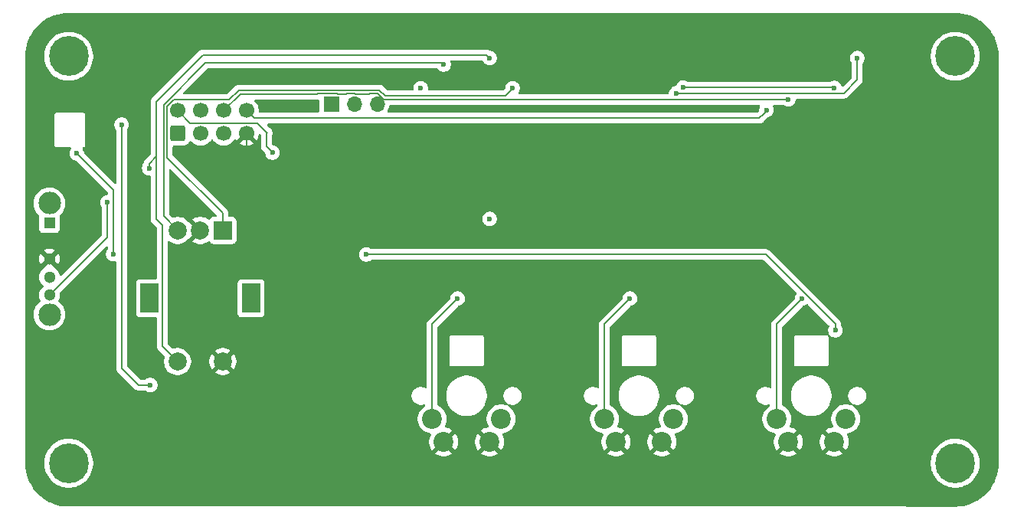
<source format=gbr>
%TF.GenerationSoftware,KiCad,Pcbnew,9.0.2*%
%TF.CreationDate,2025-07-08T15:37:37+02:00*%
%TF.ProjectId,MacroKeyPad,4d616372-6f4b-4657-9950-61642e6b6963,rev?*%
%TF.SameCoordinates,Original*%
%TF.FileFunction,Copper,L2,Bot*%
%TF.FilePolarity,Positive*%
%FSLAX46Y46*%
G04 Gerber Fmt 4.6, Leading zero omitted, Abs format (unit mm)*
G04 Created by KiCad (PCBNEW 9.0.2) date 2025-07-08 15:37:37*
%MOMM*%
%LPD*%
G01*
G04 APERTURE LIST*
G04 Aperture macros list*
%AMRoundRect*
0 Rectangle with rounded corners*
0 $1 Rounding radius*
0 $2 $3 $4 $5 $6 $7 $8 $9 X,Y pos of 4 corners*
0 Add a 4 corners polygon primitive as box body*
4,1,4,$2,$3,$4,$5,$6,$7,$8,$9,$2,$3,0*
0 Add four circle primitives for the rounded corners*
1,1,$1+$1,$2,$3*
1,1,$1+$1,$4,$5*
1,1,$1+$1,$6,$7*
1,1,$1+$1,$8,$9*
0 Add four rect primitives between the rounded corners*
20,1,$1+$1,$2,$3,$4,$5,0*
20,1,$1+$1,$4,$5,$6,$7,0*
20,1,$1+$1,$6,$7,$8,$9,0*
20,1,$1+$1,$8,$9,$2,$3,0*%
G04 Aperture macros list end*
%TA.AperFunction,ComponentPad*%
%ADD10C,2.490000*%
%TD*%
%TA.AperFunction,ComponentPad*%
%ADD11C,1.300000*%
%TD*%
%TA.AperFunction,ComponentPad*%
%ADD12R,1.300000X1.300000*%
%TD*%
%TA.AperFunction,ComponentPad*%
%ADD13RoundRect,0.250000X0.600000X-0.600000X0.600000X0.600000X-0.600000X0.600000X-0.600000X-0.600000X0*%
%TD*%
%TA.AperFunction,ComponentPad*%
%ADD14C,1.700000*%
%TD*%
%TA.AperFunction,ComponentPad*%
%ADD15C,2.200000*%
%TD*%
%TA.AperFunction,ComponentPad*%
%ADD16C,2.600000*%
%TD*%
%TA.AperFunction,ConnectorPad*%
%ADD17C,4.400000*%
%TD*%
%TA.AperFunction,ComponentPad*%
%ADD18R,1.700000X1.700000*%
%TD*%
%TA.AperFunction,ComponentPad*%
%ADD19O,1.700000X1.700000*%
%TD*%
%TA.AperFunction,ComponentPad*%
%ADD20R,2.000000X2.000000*%
%TD*%
%TA.AperFunction,ComponentPad*%
%ADD21C,2.000000*%
%TD*%
%TA.AperFunction,ComponentPad*%
%ADD22R,2.000000X3.200000*%
%TD*%
%TA.AperFunction,ViaPad*%
%ADD23C,0.600000*%
%TD*%
%TA.AperFunction,Conductor*%
%ADD24C,0.200000*%
%TD*%
G04 APERTURE END LIST*
D10*
%TO.P,J3,MH2,MH2*%
%TO.N,unconnected-(J3-PadMH2)*%
X113880000Y-84770000D03*
%TO.P,J3,MH1,MH1*%
%TO.N,unconnected-(J3-PadMH1)*%
X113880000Y-72470000D03*
D11*
%TO.P,J3,4,4*%
%TO.N,Net-(U1-GPIO16)*%
X113880000Y-82620000D03*
%TO.P,J3,3,3*%
%TO.N,unconnected-(J3-Pad3)*%
X113880000Y-80620000D03*
%TO.P,J3,2,2*%
%TO.N,GND*%
X113880000Y-78620000D03*
D12*
%TO.P,J3,1,1*%
%TO.N,Net-(U1-GPIO17)*%
X113880000Y-74620000D03*
%TD*%
D13*
%TO.P,J1,1,Pin_1*%
%TO.N,Net-(J1-Pin_1)*%
X128050000Y-64740500D03*
D14*
%TO.P,J1,2,Pin_2*%
%TO.N,+3.3V*%
X128050000Y-62200500D03*
%TO.P,J1,3,Pin_3*%
%TO.N,Net-(J1-Pin_3)*%
X130590000Y-64740500D03*
%TO.P,J1,4,Pin_4*%
%TO.N,unconnected-(J1-Pin_4-Pad4)*%
X130590000Y-62200500D03*
%TO.P,J1,5,Pin_5*%
%TO.N,unconnected-(J1-Pin_5-Pad5)*%
X133130000Y-64740500D03*
%TO.P,J1,6,Pin_6*%
%TO.N,Net-(J1-Pin_6)*%
X133130000Y-62200500D03*
%TO.P,J1,7,Pin_7*%
%TO.N,GND*%
X135670000Y-64740500D03*
%TO.P,J1,8,Pin_8*%
%TO.N,Net-(J1-Pin_8)*%
X135670000Y-62200500D03*
%TD*%
D15*
%TO.P,SW3,1,SW1*%
%TO.N,Net-(SW3-SW1)*%
X182860000Y-96300000D03*
X175240000Y-96300000D03*
%TO.P,SW3,2,SW2*%
%TO.N,GND*%
X181590000Y-98840000D03*
X176510000Y-98840000D03*
%TD*%
%TO.P,SW1,1,SW1*%
%TO.N,Net-(SW1-SW1)*%
X163810000Y-96300000D03*
X156190000Y-96300000D03*
%TO.P,SW1,2,SW2*%
%TO.N,GND*%
X162540000Y-98840000D03*
X157460000Y-98840000D03*
%TD*%
D16*
%TO.P,REF\u002A\u002A,1*%
%TO.N,N/C*%
X214010000Y-56210000D03*
D17*
X214010000Y-56210000D03*
%TD*%
D18*
%TO.P,J2,1,Pin_1*%
%TO.N,Net-(J2-Pin_1)*%
X145040000Y-61510000D03*
D19*
%TO.P,J2,2,Pin_2*%
%TO.N,Net-(J2-Pin_2)*%
X147580000Y-61510000D03*
%TO.P,J2,3,Pin_3*%
%TO.N,GND*%
X150120000Y-61510000D03*
%TD*%
D16*
%TO.P,REF\u002A\u002A,1*%
%TO.N,N/C*%
X116010000Y-56210000D03*
D17*
X116010000Y-56210000D03*
%TD*%
D16*
%TO.P,REF\u002A\u002A,1*%
%TO.N,N/C*%
X214010000Y-101210000D03*
D17*
X214010000Y-101210000D03*
%TD*%
D16*
%TO.P,REF\u002A\u002A,1*%
%TO.N,N/C*%
X116010000Y-101210000D03*
D17*
X116010000Y-101210000D03*
%TD*%
D20*
%TO.P,SW2,A,A*%
%TO.N,Net-(U1-GPIO12)*%
X133050000Y-75460000D03*
D21*
%TO.P,SW2,B,B*%
%TO.N,Net-(U1-GPIO14)*%
X128050000Y-75460000D03*
%TO.P,SW2,C,C*%
%TO.N,GND*%
X130550000Y-75460000D03*
D22*
%TO.P,SW2,MP*%
%TO.N,N/C*%
X136150000Y-82960000D03*
X124950000Y-82960000D03*
D21*
%TO.P,SW2,S1,S1*%
%TO.N,Net-(U1-GPIO13)*%
X128050000Y-89960000D03*
%TO.P,SW2,S2,S2*%
%TO.N,GND*%
X133050000Y-89960000D03*
%TD*%
D15*
%TO.P,SW4,1,SW1*%
%TO.N,Net-(SW4-SW1)*%
X201910000Y-96300000D03*
X194290000Y-96300000D03*
%TO.P,SW4,2,SW2*%
%TO.N,GND*%
X200640000Y-98840000D03*
X195560000Y-98840000D03*
%TD*%
D23*
%TO.N,VBUS*%
X121860000Y-63770000D03*
X125030000Y-92550000D03*
%TO.N,GND*%
X135420000Y-67620000D03*
X167610000Y-59610000D03*
X160030000Y-59740000D03*
%TO.N,Net-(J1-Pin_8)*%
X193140000Y-62160000D03*
%TO.N,+3.3V*%
X138540000Y-66860000D03*
%TO.N,Net-(J1-Pin_6)*%
X195560000Y-60991000D03*
%TO.N,Net-(J2-Pin_2)*%
X183170000Y-60310235D03*
X203180000Y-56415000D03*
%TO.N,Net-(J2-Pin_1)*%
X183930000Y-59670000D03*
X183930000Y-59670000D03*
X200640000Y-59710235D03*
%TO.N,Net-(U1-GPIO14)*%
X157460000Y-57118000D03*
%TO.N,Net-(U1-GPIO12)*%
X165080000Y-59725000D03*
%TO.N,Net-(SW4-SW1)*%
X197100000Y-83000000D03*
%TO.N,Net-(U1-GPIO13)*%
X162540000Y-56415000D03*
X124900000Y-68580000D03*
%TO.N,Net-(SW1-SW1)*%
X159000000Y-83000000D03*
%TO.N,Net-(SW3-SW1)*%
X178050000Y-83000000D03*
%TO.N,Net-(SW1-DIN)*%
X162540000Y-74195000D03*
%TO.N,Net-(D2-DIN)*%
X116890000Y-66940000D03*
X120920000Y-78100000D03*
X148890000Y-78130000D03*
X200770000Y-86500000D03*
%TO.N,Net-(U1-GPIO16)*%
X120290000Y-72360000D03*
%TO.N,unconnected-(U1-GPIO15-Pad20)*%
X154920000Y-59725000D03*
%TD*%
D24*
%TO.N,VBUS*%
X121870000Y-68230000D02*
X121870000Y-90710000D01*
X123710000Y-92550000D02*
X125030000Y-92550000D01*
X121870000Y-90710000D02*
X123710000Y-92550000D01*
X121860000Y-63770000D02*
X121860000Y-68220000D01*
X121860000Y-68220000D02*
X121870000Y-68230000D01*
%TO.N,GND*%
X157591000Y-98709000D02*
X157460000Y-98840000D01*
X160030000Y-59740000D02*
X160070000Y-59740000D01*
X176705100Y-98644900D02*
X176510000Y-98840000D01*
X195755100Y-98644900D02*
X195560000Y-98840000D01*
X135420000Y-67620000D02*
X135670000Y-67370000D01*
X162409000Y-98709000D02*
X162540000Y-98840000D01*
X135670000Y-67370000D02*
X135670000Y-64740500D01*
%TO.N,Net-(J1-Pin_8)*%
X192359500Y-63050500D02*
X192840000Y-62570000D01*
X135670000Y-62200500D02*
X136520000Y-63050500D01*
X193140000Y-62270000D02*
X193140000Y-62160000D01*
X192840000Y-62570000D02*
X193140000Y-62270000D01*
X136520000Y-63050500D02*
X192359500Y-63050500D01*
%TO.N,+3.3V*%
X137060000Y-63810000D02*
X137865000Y-64615000D01*
X138540000Y-66860000D02*
X138600000Y-66920000D01*
X137865000Y-64615000D02*
X137950000Y-64700000D01*
X128050000Y-62200500D02*
X129439000Y-63589500D01*
X129439000Y-63589500D02*
X136839500Y-63589500D01*
X137865000Y-66185000D02*
X138540000Y-66860000D01*
X137865000Y-64615000D02*
X137865000Y-66185000D01*
X136839500Y-63589500D02*
X137060000Y-63810000D01*
%TO.N,Net-(J1-Pin_6)*%
X149238240Y-60359000D02*
X150191760Y-60359000D01*
X143484000Y-60370000D02*
X143484000Y-60359000D01*
X145786000Y-60359000D02*
X145786000Y-60370000D01*
X146687240Y-60370000D02*
X146698240Y-60359000D01*
X143484000Y-60359000D02*
X145786000Y-60359000D01*
X147662760Y-60370000D02*
X149227240Y-60370000D01*
X150823760Y-60991000D02*
X195560000Y-60991000D01*
X134960500Y-60370000D02*
X143484000Y-60370000D01*
X149227240Y-60370000D02*
X149238240Y-60359000D01*
X145786000Y-60370000D02*
X146687240Y-60370000D01*
X133130000Y-62200500D02*
X134960500Y-60370000D01*
X150191760Y-60359000D02*
X150823760Y-60991000D01*
X146698240Y-60359000D02*
X147651760Y-60359000D01*
X147651760Y-60359000D02*
X147662760Y-60370000D01*
%TO.N,Net-(J2-Pin_2)*%
X203180000Y-58810000D02*
X203180000Y-56415000D01*
X183170000Y-60310235D02*
X201679765Y-60310235D01*
X201679765Y-60310235D02*
X203180000Y-58810000D01*
%TO.N,Net-(J2-Pin_1)*%
X183930000Y-59670000D02*
X200599765Y-59670000D01*
X200599765Y-59670000D02*
X200640000Y-59710235D01*
%TO.N,Net-(U1-GPIO14)*%
X128050000Y-75460000D02*
X126498000Y-73908000D01*
X131136640Y-56919000D02*
X157261000Y-56919000D01*
X157261000Y-56919000D02*
X157460000Y-57118000D01*
X126498000Y-73908000D02*
X126498000Y-61557640D01*
X126498000Y-61557640D02*
X131136640Y-56919000D01*
%TO.N,Net-(U1-GPIO12)*%
X165080000Y-59820000D02*
X165080000Y-59725000D01*
X147828860Y-59969000D02*
X149061140Y-59969000D01*
X126899000Y-67419000D02*
X126899000Y-61723740D01*
X145963100Y-59969000D02*
X146521140Y-59969000D01*
X146532140Y-59958000D02*
X147817860Y-59958000D01*
X127622740Y-61000000D02*
X133763400Y-61000000D01*
X133050000Y-75460000D02*
X133050000Y-73570000D01*
X164310000Y-60590000D02*
X165080000Y-59820000D01*
X143317900Y-59958000D02*
X145952100Y-59958000D01*
X149072140Y-59958000D02*
X150357860Y-59958000D01*
X150989860Y-60590000D02*
X164310000Y-60590000D01*
X150357860Y-59958000D02*
X150989860Y-60590000D01*
X145952100Y-59958000D02*
X145963100Y-59969000D01*
X133050000Y-73570000D02*
X126899000Y-67419000D01*
X146521140Y-59969000D02*
X146532140Y-59958000D01*
X134794400Y-59969000D02*
X143306900Y-59969000D01*
X126899000Y-61723740D02*
X127622740Y-61000000D01*
X149061140Y-59969000D02*
X149072140Y-59958000D01*
X143306900Y-59969000D02*
X143317900Y-59958000D01*
X147817860Y-59958000D02*
X147828860Y-59969000D01*
X133763400Y-61000000D02*
X134794400Y-59969000D01*
%TO.N,Net-(SW4-SW1)*%
X194290000Y-85810000D02*
X194290000Y-96300000D01*
X197100000Y-83000000D02*
X194290000Y-85810000D01*
%TO.N,Net-(U1-GPIO13)*%
X130841440Y-56080000D02*
X162205000Y-56080000D01*
X125696000Y-74240200D02*
X125696000Y-67300000D01*
X128050000Y-89960000D02*
X126348000Y-88258000D01*
X126348000Y-74892200D02*
X125696000Y-74240200D01*
X125696000Y-61225440D02*
X130841440Y-56080000D01*
X124900000Y-68096000D02*
X125696000Y-67300000D01*
X126348000Y-88258000D02*
X126348000Y-74892200D01*
X125696000Y-67300000D02*
X125696000Y-61225440D01*
X162205000Y-56080000D02*
X162540000Y-56415000D01*
X124900000Y-68580000D02*
X124900000Y-68096000D01*
%TO.N,Net-(SW1-SW1)*%
X159000000Y-83000000D02*
X156190000Y-85810000D01*
X156190000Y-85810000D02*
X156190000Y-96300000D01*
%TO.N,Net-(SW3-SW1)*%
X175240000Y-85810000D02*
X178050000Y-83000000D01*
X175240000Y-96300000D02*
X175240000Y-85810000D01*
%TO.N,Net-(D2-DIN)*%
X120920000Y-70970000D02*
X120920000Y-78100000D01*
X116890000Y-66940000D02*
X120920000Y-70970000D01*
X193079943Y-78130000D02*
X200770000Y-85820057D01*
X200770000Y-85820057D02*
X200770000Y-86500000D01*
X148890000Y-78130000D02*
X193079943Y-78130000D01*
%TO.N,Net-(U1-GPIO16)*%
X120290000Y-76210000D02*
X113880000Y-82620000D01*
X120290000Y-72360000D02*
X120290000Y-76210000D01*
%TD*%
%TA.AperFunction,Conductor*%
%TO.N,GND*%
G36*
X127303703Y-68673384D02*
G01*
X127310181Y-68679416D01*
X132378584Y-73747819D01*
X132412069Y-73809142D01*
X132407085Y-73878834D01*
X132365213Y-73934767D01*
X132299749Y-73959184D01*
X132290903Y-73959500D01*
X132002130Y-73959500D01*
X132002123Y-73959501D01*
X131942516Y-73965908D01*
X131807671Y-74016202D01*
X131807664Y-74016206D01*
X131692455Y-74102452D01*
X131604009Y-74220599D01*
X131548075Y-74262469D01*
X131478383Y-74267453D01*
X131431858Y-74246605D01*
X131336174Y-74177087D01*
X131125802Y-74069897D01*
X130901247Y-73996934D01*
X130901248Y-73996934D01*
X130668052Y-73960000D01*
X130431948Y-73960000D01*
X130198752Y-73996934D01*
X129974197Y-74069897D01*
X129763830Y-74177084D01*
X129680894Y-74237340D01*
X130420591Y-74977037D01*
X130357007Y-74994075D01*
X130242993Y-75059901D01*
X130149901Y-75152993D01*
X130084075Y-75267007D01*
X130067037Y-75330590D01*
X129320727Y-74584280D01*
X129277052Y-74575105D01*
X129235384Y-74538739D01*
X129194517Y-74482490D01*
X129027510Y-74315483D01*
X128836433Y-74176657D01*
X128791044Y-74153530D01*
X128625996Y-74069433D01*
X128401368Y-73996446D01*
X128168097Y-73959500D01*
X128168092Y-73959500D01*
X127931908Y-73959500D01*
X127931903Y-73959500D01*
X127698628Y-73996447D01*
X127572433Y-74037450D01*
X127502592Y-74039445D01*
X127446435Y-74007200D01*
X127134819Y-73695584D01*
X127101334Y-73634261D01*
X127098500Y-73607903D01*
X127098500Y-68767097D01*
X127118185Y-68700058D01*
X127170989Y-68654303D01*
X127240147Y-68644359D01*
X127303703Y-68673384D01*
G37*
%TD.AperFunction*%
%TA.AperFunction,Conductor*%
G36*
X214012702Y-51410617D02*
G01*
X214422917Y-51428528D01*
X214433654Y-51429468D01*
X214838057Y-51482708D01*
X214848695Y-51484583D01*
X215246925Y-51572869D01*
X215257365Y-51575667D01*
X215646363Y-51698317D01*
X215656524Y-51702015D01*
X216033363Y-51858108D01*
X216043155Y-51862674D01*
X216404965Y-52051020D01*
X216414305Y-52056413D01*
X216699636Y-52238189D01*
X216758309Y-52275568D01*
X216767170Y-52281772D01*
X217090766Y-52530076D01*
X217099053Y-52537030D01*
X217399767Y-52812583D01*
X217407416Y-52820232D01*
X217682969Y-53120946D01*
X217689923Y-53129233D01*
X217938227Y-53452829D01*
X217944431Y-53461690D01*
X217996523Y-53543457D01*
X218103344Y-53711133D01*
X218163578Y-53805680D01*
X218168987Y-53815048D01*
X218357322Y-54176838D01*
X218361894Y-54186642D01*
X218517983Y-54563473D01*
X218521683Y-54573639D01*
X218644331Y-54962630D01*
X218647131Y-54973078D01*
X218735414Y-55371296D01*
X218737292Y-55381950D01*
X218790529Y-55786326D01*
X218791472Y-55797102D01*
X218809382Y-56207297D01*
X218809500Y-56212706D01*
X218809500Y-101207294D01*
X218809382Y-101212703D01*
X218791472Y-101622898D01*
X218790529Y-101633674D01*
X218737292Y-102038050D01*
X218735414Y-102048703D01*
X218647132Y-102446918D01*
X218644332Y-102457368D01*
X218521681Y-102846365D01*
X218517981Y-102856530D01*
X218361894Y-103233358D01*
X218357322Y-103243162D01*
X218168987Y-103604952D01*
X218163578Y-103614320D01*
X217944431Y-103958310D01*
X217938227Y-103967171D01*
X217689923Y-104290767D01*
X217682969Y-104299054D01*
X217407416Y-104599767D01*
X217399767Y-104607416D01*
X217099053Y-104882970D01*
X217090766Y-104889924D01*
X216767170Y-105138227D01*
X216758309Y-105144431D01*
X216414319Y-105363578D01*
X216404951Y-105368987D01*
X216043161Y-105557322D01*
X216033357Y-105561894D01*
X215656529Y-105717982D01*
X215646363Y-105721682D01*
X215257366Y-105844332D01*
X215246917Y-105847132D01*
X214848702Y-105935414D01*
X214838049Y-105937292D01*
X214433673Y-105990529D01*
X214422897Y-105991472D01*
X214012703Y-106009382D01*
X214007294Y-106009500D01*
X208639877Y-106009500D01*
X208592427Y-106000062D01*
X208554855Y-105984500D01*
X115548656Y-105984500D01*
X115532471Y-105983439D01*
X115181950Y-105937292D01*
X115171296Y-105935414D01*
X114773078Y-105847131D01*
X114762630Y-105844331D01*
X114373639Y-105721683D01*
X114363473Y-105717983D01*
X113986642Y-105561894D01*
X113976838Y-105557322D01*
X113857126Y-105495004D01*
X113615042Y-105368983D01*
X113605686Y-105363582D01*
X113320366Y-105181812D01*
X113261690Y-105144431D01*
X113252829Y-105138227D01*
X112929233Y-104889923D01*
X112920946Y-104882969D01*
X112620232Y-104607416D01*
X112612583Y-104599767D01*
X112337030Y-104299053D01*
X112330076Y-104290766D01*
X112081772Y-103967170D01*
X112075568Y-103958309D01*
X112045110Y-103910499D01*
X111856413Y-103614305D01*
X111851013Y-103604952D01*
X111662674Y-103243155D01*
X111658108Y-103233363D01*
X111502015Y-102856524D01*
X111498316Y-102846360D01*
X111487009Y-102810500D01*
X111375667Y-102457365D01*
X111372868Y-102446921D01*
X111284583Y-102048695D01*
X111282708Y-102038057D01*
X111229468Y-101633654D01*
X111228528Y-101622917D01*
X111210618Y-101212702D01*
X111210500Y-101207293D01*
X111210500Y-101058336D01*
X113309500Y-101058336D01*
X113309500Y-101361663D01*
X113343457Y-101663048D01*
X113343460Y-101663062D01*
X113410953Y-101958771D01*
X113410957Y-101958783D01*
X113511133Y-102245068D01*
X113642733Y-102518338D01*
X113642735Y-102518341D01*
X113804108Y-102775164D01*
X113993221Y-103012304D01*
X114207696Y-103226779D01*
X114444836Y-103415892D01*
X114701659Y-103577265D01*
X114974935Y-103708868D01*
X115189951Y-103784105D01*
X115261216Y-103809042D01*
X115261228Y-103809046D01*
X115556937Y-103876540D01*
X115556946Y-103876541D01*
X115556951Y-103876542D01*
X115757874Y-103899180D01*
X115858337Y-103910499D01*
X115858340Y-103910500D01*
X115858343Y-103910500D01*
X116161660Y-103910500D01*
X116161661Y-103910499D01*
X116315694Y-103893144D01*
X116463048Y-103876542D01*
X116463051Y-103876541D01*
X116463063Y-103876540D01*
X116758772Y-103809046D01*
X117045065Y-103708868D01*
X117318341Y-103577265D01*
X117575164Y-103415892D01*
X117812304Y-103226779D01*
X118026779Y-103012304D01*
X118215892Y-102775164D01*
X118377265Y-102518341D01*
X118508868Y-102245065D01*
X118609046Y-101958772D01*
X118676540Y-101663063D01*
X118679852Y-101633674D01*
X118693144Y-101515694D01*
X118710500Y-101361657D01*
X118710500Y-101058343D01*
X118710499Y-101058336D01*
X211309500Y-101058336D01*
X211309500Y-101361663D01*
X211343457Y-101663048D01*
X211343460Y-101663062D01*
X211410953Y-101958771D01*
X211410957Y-101958783D01*
X211511133Y-102245068D01*
X211642733Y-102518338D01*
X211642735Y-102518341D01*
X211804108Y-102775164D01*
X211993221Y-103012304D01*
X212207696Y-103226779D01*
X212444836Y-103415892D01*
X212701659Y-103577265D01*
X212974935Y-103708868D01*
X213189951Y-103784105D01*
X213261216Y-103809042D01*
X213261228Y-103809046D01*
X213556937Y-103876540D01*
X213556946Y-103876541D01*
X213556951Y-103876542D01*
X213757874Y-103899180D01*
X213858337Y-103910499D01*
X213858340Y-103910500D01*
X213858343Y-103910500D01*
X214161660Y-103910500D01*
X214161661Y-103910499D01*
X214315694Y-103893144D01*
X214463048Y-103876542D01*
X214463051Y-103876541D01*
X214463063Y-103876540D01*
X214758772Y-103809046D01*
X215045065Y-103708868D01*
X215318341Y-103577265D01*
X215575164Y-103415892D01*
X215812304Y-103226779D01*
X216026779Y-103012304D01*
X216215892Y-102775164D01*
X216377265Y-102518341D01*
X216508868Y-102245065D01*
X216609046Y-101958772D01*
X216676540Y-101663063D01*
X216679852Y-101633674D01*
X216693144Y-101515694D01*
X216710500Y-101361657D01*
X216710500Y-101058343D01*
X216676540Y-100756937D01*
X216609046Y-100461228D01*
X216508868Y-100174935D01*
X216377265Y-99901659D01*
X216215892Y-99644836D01*
X216026779Y-99407696D01*
X215812304Y-99193221D01*
X215575164Y-99004108D01*
X215318341Y-98842735D01*
X215318338Y-98842733D01*
X215045068Y-98711133D01*
X214758783Y-98610957D01*
X214758771Y-98610953D01*
X214530556Y-98558864D01*
X214463063Y-98543460D01*
X214463060Y-98543459D01*
X214463048Y-98543457D01*
X214161663Y-98509500D01*
X214161657Y-98509500D01*
X213858343Y-98509500D01*
X213858336Y-98509500D01*
X213556951Y-98543457D01*
X213556937Y-98543460D01*
X213261228Y-98610953D01*
X213261216Y-98610957D01*
X212974931Y-98711133D01*
X212701661Y-98842733D01*
X212444837Y-99004107D01*
X212207696Y-99193220D01*
X211993220Y-99407696D01*
X211804107Y-99644837D01*
X211642733Y-99901661D01*
X211511133Y-100174931D01*
X211410957Y-100461216D01*
X211410953Y-100461228D01*
X211343460Y-100756937D01*
X211343457Y-100756951D01*
X211309500Y-101058336D01*
X118710499Y-101058336D01*
X118676540Y-100756937D01*
X118609046Y-100461228D01*
X118508868Y-100174935D01*
X118377265Y-99901659D01*
X118215892Y-99644836D01*
X118026779Y-99407696D01*
X117812304Y-99193221D01*
X117575164Y-99004108D01*
X117318341Y-98842735D01*
X117318338Y-98842733D01*
X117045068Y-98711133D01*
X116758783Y-98610957D01*
X116758771Y-98610953D01*
X116530556Y-98558864D01*
X116463063Y-98543460D01*
X116463060Y-98543459D01*
X116463048Y-98543457D01*
X116161663Y-98509500D01*
X116161657Y-98509500D01*
X115858343Y-98509500D01*
X115858336Y-98509500D01*
X115556951Y-98543457D01*
X115556937Y-98543460D01*
X115261228Y-98610953D01*
X115261216Y-98610957D01*
X114974931Y-98711133D01*
X114701661Y-98842733D01*
X114444837Y-99004107D01*
X114207696Y-99193220D01*
X113993220Y-99407696D01*
X113804107Y-99644837D01*
X113642733Y-99901661D01*
X113511133Y-100174931D01*
X113410957Y-100461216D01*
X113410953Y-100461228D01*
X113343460Y-100756937D01*
X113343457Y-100756951D01*
X113309500Y-101058336D01*
X111210500Y-101058336D01*
X111210500Y-93661523D01*
X153920200Y-93661523D01*
X153920200Y-93858476D01*
X153958619Y-94051623D01*
X153958621Y-94051631D01*
X154033986Y-94233580D01*
X154033991Y-94233589D01*
X154143403Y-94397335D01*
X154143406Y-94397339D01*
X154282660Y-94536593D01*
X154282664Y-94536596D01*
X154446410Y-94646008D01*
X154446416Y-94646011D01*
X154446417Y-94646012D01*
X154628369Y-94721379D01*
X154796361Y-94754794D01*
X154821523Y-94759799D01*
X154821527Y-94759800D01*
X154821528Y-94759800D01*
X155018473Y-94759800D01*
X155018474Y-94759799D01*
X155211631Y-94721379D01*
X155242752Y-94708487D01*
X155312221Y-94701018D01*
X155374700Y-94732292D01*
X155410354Y-94792380D01*
X155407861Y-94862205D01*
X155368014Y-94919598D01*
X155355002Y-94928772D01*
X155351150Y-94931132D01*
X155147350Y-95079201D01*
X155147345Y-95079205D01*
X154969205Y-95257345D01*
X154969201Y-95257350D01*
X154821132Y-95461151D01*
X154706760Y-95685616D01*
X154628910Y-95925214D01*
X154589500Y-96174038D01*
X154589500Y-96425961D01*
X154628910Y-96674785D01*
X154706760Y-96914383D01*
X154821132Y-97138848D01*
X154969201Y-97342649D01*
X154969205Y-97342654D01*
X155147345Y-97520794D01*
X155147350Y-97520798D01*
X155325117Y-97649952D01*
X155351155Y-97668870D01*
X155494184Y-97741747D01*
X155575616Y-97783239D01*
X155575618Y-97783239D01*
X155575621Y-97783241D01*
X155704049Y-97824970D01*
X155815214Y-97861090D01*
X155968511Y-97885370D01*
X156031646Y-97915299D01*
X156068577Y-97974611D01*
X156067579Y-98044473D01*
X156059598Y-98064138D01*
X155977219Y-98225815D01*
X155899397Y-98465330D01*
X155860000Y-98714071D01*
X155860000Y-98965928D01*
X155899397Y-99214669D01*
X155977219Y-99454184D01*
X156091557Y-99678583D01*
X156165748Y-99780697D01*
X156165748Y-99780698D01*
X156782956Y-99163489D01*
X156795979Y-99194927D01*
X156877980Y-99317651D01*
X156982349Y-99422020D01*
X157105073Y-99504021D01*
X157136509Y-99517042D01*
X156519300Y-100134250D01*
X156621416Y-100208442D01*
X156845815Y-100322780D01*
X157085330Y-100400602D01*
X157334072Y-100440000D01*
X157585928Y-100440000D01*
X157834669Y-100400602D01*
X158074184Y-100322780D01*
X158298575Y-100208446D01*
X158298581Y-100208442D01*
X158400697Y-100134250D01*
X158400698Y-100134250D01*
X157783490Y-99517042D01*
X157814927Y-99504021D01*
X157937651Y-99422020D01*
X158042020Y-99317651D01*
X158124021Y-99194927D01*
X158137042Y-99163490D01*
X158754250Y-99780698D01*
X158754250Y-99780697D01*
X158828442Y-99678581D01*
X158828446Y-99678575D01*
X158942780Y-99454184D01*
X159020602Y-99214669D01*
X159060000Y-98965928D01*
X159060000Y-98714071D01*
X160940000Y-98714071D01*
X160940000Y-98965928D01*
X160979397Y-99214669D01*
X161057219Y-99454184D01*
X161171557Y-99678583D01*
X161245748Y-99780697D01*
X161245748Y-99780698D01*
X161862957Y-99163489D01*
X161875979Y-99194927D01*
X161957980Y-99317651D01*
X162062349Y-99422020D01*
X162185073Y-99504021D01*
X162216509Y-99517042D01*
X161599300Y-100134250D01*
X161701416Y-100208442D01*
X161925815Y-100322780D01*
X162165330Y-100400602D01*
X162414072Y-100440000D01*
X162665928Y-100440000D01*
X162914669Y-100400602D01*
X163154184Y-100322780D01*
X163378575Y-100208446D01*
X163378581Y-100208442D01*
X163480697Y-100134250D01*
X163480698Y-100134250D01*
X162863490Y-99517042D01*
X162894927Y-99504021D01*
X163017651Y-99422020D01*
X163122020Y-99317651D01*
X163204021Y-99194927D01*
X163217042Y-99163489D01*
X163834250Y-99780698D01*
X163834250Y-99780697D01*
X163908442Y-99678581D01*
X163908446Y-99678575D01*
X164022780Y-99454184D01*
X164100602Y-99214669D01*
X164140000Y-98965928D01*
X164140000Y-98714071D01*
X164100602Y-98465330D01*
X164022780Y-98225815D01*
X163940401Y-98064138D01*
X163927505Y-97995469D01*
X163953781Y-97930728D01*
X164010887Y-97890471D01*
X164031488Y-97885370D01*
X164184785Y-97861090D01*
X164424379Y-97783241D01*
X164648845Y-97668870D01*
X164852656Y-97520793D01*
X165030793Y-97342656D01*
X165178870Y-97138845D01*
X165293241Y-96914379D01*
X165371090Y-96674785D01*
X165410500Y-96425962D01*
X165410500Y-96174038D01*
X165371090Y-95925215D01*
X165293241Y-95685621D01*
X165293239Y-95685618D01*
X165293239Y-95685616D01*
X165251747Y-95604184D01*
X165178870Y-95461155D01*
X165159952Y-95435117D01*
X165030798Y-95257350D01*
X165030794Y-95257345D01*
X164852654Y-95079205D01*
X164852649Y-95079201D01*
X164648845Y-94931130D01*
X164645003Y-94928775D01*
X164598128Y-94876963D01*
X164586705Y-94808033D01*
X164614363Y-94743871D01*
X164672318Y-94704846D01*
X164742172Y-94703350D01*
X164757240Y-94708485D01*
X164788369Y-94721379D01*
X164956361Y-94754794D01*
X164981523Y-94759799D01*
X164981527Y-94759800D01*
X164981528Y-94759800D01*
X165178473Y-94759800D01*
X165178474Y-94759799D01*
X165371631Y-94721379D01*
X165553583Y-94646012D01*
X165717336Y-94536596D01*
X165856596Y-94397336D01*
X165966012Y-94233583D01*
X166041379Y-94051631D01*
X166079800Y-93858472D01*
X166079800Y-93661528D01*
X166079799Y-93661523D01*
X172970200Y-93661523D01*
X172970200Y-93858476D01*
X173008619Y-94051623D01*
X173008621Y-94051631D01*
X173083986Y-94233580D01*
X173083991Y-94233589D01*
X173193403Y-94397335D01*
X173193406Y-94397339D01*
X173332660Y-94536593D01*
X173332664Y-94536596D01*
X173496410Y-94646008D01*
X173496416Y-94646011D01*
X173496417Y-94646012D01*
X173678369Y-94721379D01*
X173846361Y-94754794D01*
X173871523Y-94759799D01*
X173871527Y-94759800D01*
X173871528Y-94759800D01*
X174068473Y-94759800D01*
X174068474Y-94759799D01*
X174261631Y-94721379D01*
X174292752Y-94708487D01*
X174362221Y-94701018D01*
X174424700Y-94732292D01*
X174460354Y-94792380D01*
X174457861Y-94862205D01*
X174418014Y-94919598D01*
X174405002Y-94928772D01*
X174401150Y-94931132D01*
X174197350Y-95079201D01*
X174197345Y-95079205D01*
X174019205Y-95257345D01*
X174019201Y-95257350D01*
X173871132Y-95461151D01*
X173756760Y-95685616D01*
X173678910Y-95925214D01*
X173639500Y-96174038D01*
X173639500Y-96425961D01*
X173678910Y-96674785D01*
X173756760Y-96914383D01*
X173871132Y-97138848D01*
X174019201Y-97342649D01*
X174019205Y-97342654D01*
X174197345Y-97520794D01*
X174197350Y-97520798D01*
X174375117Y-97649952D01*
X174401155Y-97668870D01*
X174544184Y-97741747D01*
X174625616Y-97783239D01*
X174625618Y-97783239D01*
X174625621Y-97783241D01*
X174754049Y-97824970D01*
X174865214Y-97861090D01*
X175018511Y-97885370D01*
X175081646Y-97915299D01*
X175118577Y-97974611D01*
X175117579Y-98044473D01*
X175109598Y-98064138D01*
X175027219Y-98225815D01*
X174949397Y-98465330D01*
X174910000Y-98714071D01*
X174910000Y-98965928D01*
X174949397Y-99214669D01*
X175027219Y-99454184D01*
X175141557Y-99678583D01*
X175215748Y-99780697D01*
X175215748Y-99780698D01*
X175832956Y-99163489D01*
X175845979Y-99194927D01*
X175927980Y-99317651D01*
X176032349Y-99422020D01*
X176155073Y-99504021D01*
X176186509Y-99517042D01*
X175569300Y-100134250D01*
X175671416Y-100208442D01*
X175895815Y-100322780D01*
X176135330Y-100400602D01*
X176384072Y-100440000D01*
X176635928Y-100440000D01*
X176884669Y-100400602D01*
X177124184Y-100322780D01*
X177348575Y-100208446D01*
X177348581Y-100208442D01*
X177450697Y-100134250D01*
X177450698Y-100134250D01*
X176833490Y-99517042D01*
X176864927Y-99504021D01*
X176987651Y-99422020D01*
X177092020Y-99317651D01*
X177174021Y-99194927D01*
X177187042Y-99163490D01*
X177804250Y-99780698D01*
X177804250Y-99780697D01*
X177878442Y-99678581D01*
X177878446Y-99678575D01*
X177992780Y-99454184D01*
X178070602Y-99214669D01*
X178110000Y-98965928D01*
X178110000Y-98714071D01*
X179990000Y-98714071D01*
X179990000Y-98965928D01*
X180029397Y-99214669D01*
X180107219Y-99454184D01*
X180221557Y-99678583D01*
X180295748Y-99780697D01*
X180295748Y-99780698D01*
X180912957Y-99163489D01*
X180925979Y-99194927D01*
X181007980Y-99317651D01*
X181112349Y-99422020D01*
X181235073Y-99504021D01*
X181266509Y-99517042D01*
X180649300Y-100134250D01*
X180751416Y-100208442D01*
X180975815Y-100322780D01*
X181215330Y-100400602D01*
X181464072Y-100440000D01*
X181715928Y-100440000D01*
X181964669Y-100400602D01*
X182204184Y-100322780D01*
X182428575Y-100208446D01*
X182428581Y-100208442D01*
X182530697Y-100134250D01*
X182530698Y-100134250D01*
X181913490Y-99517042D01*
X181944927Y-99504021D01*
X182067651Y-99422020D01*
X182172020Y-99317651D01*
X182254021Y-99194927D01*
X182267042Y-99163489D01*
X182884250Y-99780698D01*
X182884250Y-99780697D01*
X182958442Y-99678581D01*
X182958446Y-99678575D01*
X183072780Y-99454184D01*
X183150602Y-99214669D01*
X183190000Y-98965928D01*
X183190000Y-98714071D01*
X183150602Y-98465330D01*
X183072780Y-98225815D01*
X182990401Y-98064138D01*
X182977505Y-97995469D01*
X183003781Y-97930728D01*
X183060887Y-97890471D01*
X183081488Y-97885370D01*
X183234785Y-97861090D01*
X183474379Y-97783241D01*
X183698845Y-97668870D01*
X183902656Y-97520793D01*
X184080793Y-97342656D01*
X184228870Y-97138845D01*
X184343241Y-96914379D01*
X184421090Y-96674785D01*
X184460500Y-96425962D01*
X184460500Y-96174038D01*
X184421090Y-95925215D01*
X184343241Y-95685621D01*
X184343239Y-95685618D01*
X184343239Y-95685616D01*
X184301747Y-95604184D01*
X184228870Y-95461155D01*
X184209952Y-95435117D01*
X184080798Y-95257350D01*
X184080794Y-95257345D01*
X183902654Y-95079205D01*
X183902649Y-95079201D01*
X183698845Y-94931130D01*
X183695003Y-94928775D01*
X183648128Y-94876963D01*
X183636705Y-94808033D01*
X183664363Y-94743871D01*
X183722318Y-94704846D01*
X183792172Y-94703350D01*
X183807240Y-94708485D01*
X183838369Y-94721379D01*
X184006361Y-94754794D01*
X184031523Y-94759799D01*
X184031527Y-94759800D01*
X184031528Y-94759800D01*
X184228473Y-94759800D01*
X184228474Y-94759799D01*
X184421631Y-94721379D01*
X184603583Y-94646012D01*
X184767336Y-94536596D01*
X184906596Y-94397336D01*
X185016012Y-94233583D01*
X185091379Y-94051631D01*
X185129800Y-93858472D01*
X185129800Y-93661528D01*
X185091379Y-93468369D01*
X185016012Y-93286417D01*
X185016011Y-93286416D01*
X185016008Y-93286410D01*
X184906596Y-93122664D01*
X184906593Y-93122660D01*
X184767339Y-92983406D01*
X184767335Y-92983403D01*
X184603589Y-92873991D01*
X184603580Y-92873986D01*
X184421631Y-92798621D01*
X184421623Y-92798619D01*
X184228476Y-92760200D01*
X184228472Y-92760200D01*
X184031528Y-92760200D01*
X184031523Y-92760200D01*
X183838376Y-92798619D01*
X183838368Y-92798621D01*
X183656419Y-92873986D01*
X183656410Y-92873991D01*
X183492664Y-92983403D01*
X183492660Y-92983406D01*
X183353406Y-93122660D01*
X183353403Y-93122664D01*
X183243991Y-93286410D01*
X183243986Y-93286419D01*
X183168621Y-93468368D01*
X183168619Y-93468376D01*
X183130200Y-93661523D01*
X183130200Y-93858476D01*
X183168619Y-94051623D01*
X183168621Y-94051631D01*
X183243986Y-94233580D01*
X183243991Y-94233589D01*
X183353403Y-94397335D01*
X183353406Y-94397339D01*
X183492663Y-94536596D01*
X183580751Y-94595454D01*
X183625556Y-94649066D01*
X183634263Y-94718391D01*
X183604109Y-94781418D01*
X183544666Y-94818138D01*
X183474807Y-94816891D01*
X183473542Y-94816487D01*
X183234787Y-94738910D01*
X183068903Y-94712636D01*
X182985962Y-94699500D01*
X182734038Y-94699500D01*
X182614766Y-94718391D01*
X182485214Y-94738910D01*
X182245616Y-94816760D01*
X182021151Y-94931132D01*
X181817350Y-95079201D01*
X181817345Y-95079205D01*
X181639205Y-95257345D01*
X181639201Y-95257350D01*
X181491132Y-95461151D01*
X181376760Y-95685616D01*
X181298910Y-95925214D01*
X181286368Y-96004400D01*
X181259500Y-96174038D01*
X181259500Y-96425962D01*
X181298910Y-96674785D01*
X181376759Y-96914379D01*
X181376760Y-96914382D01*
X181376761Y-96914383D01*
X181459318Y-97076411D01*
X181472214Y-97145081D01*
X181445938Y-97209821D01*
X181388831Y-97250078D01*
X181368232Y-97255179D01*
X181215330Y-97279397D01*
X180975815Y-97357219D01*
X180751413Y-97471559D01*
X180649301Y-97545747D01*
X180649300Y-97545748D01*
X181266510Y-98162957D01*
X181235073Y-98175979D01*
X181112349Y-98257980D01*
X181007980Y-98362349D01*
X180925979Y-98485073D01*
X180912957Y-98516509D01*
X180295748Y-97899300D01*
X180295747Y-97899301D01*
X180221559Y-98001413D01*
X180107219Y-98225815D01*
X180029397Y-98465330D01*
X179990000Y-98714071D01*
X178110000Y-98714071D01*
X178070602Y-98465330D01*
X177992780Y-98225815D01*
X177878442Y-98001416D01*
X177804250Y-97899301D01*
X177804250Y-97899300D01*
X177187042Y-98516509D01*
X177174021Y-98485073D01*
X177092020Y-98362349D01*
X176987651Y-98257980D01*
X176864927Y-98175979D01*
X176833489Y-98162956D01*
X177450698Y-97545748D01*
X177348583Y-97471557D01*
X177124184Y-97357219D01*
X176884669Y-97279397D01*
X176731767Y-97255179D01*
X176668633Y-97225249D01*
X176631702Y-97165938D01*
X176632700Y-97096075D01*
X176640678Y-97076417D01*
X176723241Y-96914379D01*
X176801090Y-96674785D01*
X176840500Y-96425962D01*
X176840500Y-96174038D01*
X176801090Y-95925215D01*
X176723241Y-95685621D01*
X176723239Y-95685618D01*
X176723239Y-95685616D01*
X176681747Y-95604184D01*
X176608870Y-95461155D01*
X176589952Y-95435117D01*
X176460798Y-95257350D01*
X176460794Y-95257345D01*
X176282654Y-95079205D01*
X176282649Y-95079201D01*
X176078848Y-94931132D01*
X176078847Y-94931131D01*
X176078845Y-94931130D01*
X176009186Y-94895637D01*
X175908205Y-94844184D01*
X175857409Y-94796209D01*
X175840500Y-94733699D01*
X175840500Y-93612900D01*
X176805600Y-93612900D01*
X176805600Y-93907099D01*
X176805601Y-93907116D01*
X176844001Y-94198796D01*
X176920152Y-94482994D01*
X177032734Y-94754794D01*
X177032742Y-94754810D01*
X177179840Y-95009589D01*
X177179851Y-95009605D01*
X177358948Y-95243009D01*
X177358954Y-95243016D01*
X177566983Y-95451045D01*
X177566989Y-95451050D01*
X177800403Y-95630155D01*
X177800410Y-95630159D01*
X178055189Y-95777257D01*
X178055205Y-95777265D01*
X178327005Y-95889847D01*
X178327007Y-95889847D01*
X178327013Y-95889850D01*
X178611200Y-95965998D01*
X178902894Y-96004400D01*
X178902901Y-96004400D01*
X179197099Y-96004400D01*
X179197106Y-96004400D01*
X179488800Y-95965998D01*
X179772987Y-95889850D01*
X179846318Y-95859475D01*
X180044794Y-95777265D01*
X180044797Y-95777263D01*
X180044803Y-95777261D01*
X180299597Y-95630155D01*
X180533011Y-95451050D01*
X180741050Y-95243011D01*
X180920155Y-95009597D01*
X181067261Y-94754803D01*
X181076003Y-94733699D01*
X181179847Y-94482994D01*
X181179846Y-94482994D01*
X181179850Y-94482987D01*
X181255998Y-94198800D01*
X181294400Y-93907106D01*
X181294400Y-93612894D01*
X181255998Y-93321200D01*
X181179850Y-93037013D01*
X181177161Y-93030520D01*
X181067265Y-92765205D01*
X181067257Y-92765189D01*
X180920159Y-92510410D01*
X180920155Y-92510403D01*
X180771370Y-92316503D01*
X180741051Y-92276990D01*
X180741045Y-92276983D01*
X180533016Y-92068954D01*
X180533009Y-92068948D01*
X180299605Y-91889851D01*
X180299603Y-91889849D01*
X180299597Y-91889845D01*
X180299592Y-91889842D01*
X180299589Y-91889840D01*
X180044810Y-91742742D01*
X180044794Y-91742734D01*
X179772994Y-91630152D01*
X179488796Y-91554001D01*
X179197116Y-91515601D01*
X179197111Y-91515600D01*
X179197106Y-91515600D01*
X178902894Y-91515600D01*
X178902888Y-91515600D01*
X178902883Y-91515601D01*
X178611203Y-91554001D01*
X178327005Y-91630152D01*
X178055205Y-91742734D01*
X178055189Y-91742742D01*
X177800410Y-91889840D01*
X177800394Y-91889851D01*
X177566990Y-92068948D01*
X177566983Y-92068954D01*
X177358954Y-92276983D01*
X177358948Y-92276990D01*
X177179851Y-92510394D01*
X177179840Y-92510410D01*
X177032742Y-92765189D01*
X177032734Y-92765205D01*
X176920152Y-93037005D01*
X176844001Y-93321203D01*
X176805601Y-93612883D01*
X176805600Y-93612900D01*
X175840500Y-93612900D01*
X175840500Y-87220116D01*
X177149500Y-87220116D01*
X177149500Y-90299883D01*
X177180024Y-90373574D01*
X177236426Y-90429976D01*
X177310118Y-90460500D01*
X177310120Y-90460500D01*
X180789880Y-90460500D01*
X180789882Y-90460500D01*
X180863574Y-90429976D01*
X180919976Y-90373574D01*
X180950500Y-90299882D01*
X180950500Y-87220118D01*
X180919976Y-87146426D01*
X180863574Y-87090024D01*
X180852990Y-87085640D01*
X180789883Y-87059500D01*
X180789882Y-87059500D01*
X177389882Y-87059500D01*
X177310118Y-87059500D01*
X177310116Y-87059500D01*
X177236425Y-87090024D01*
X177180024Y-87146425D01*
X177149500Y-87220116D01*
X175840500Y-87220116D01*
X175840500Y-86110097D01*
X175860185Y-86043058D01*
X175876819Y-86022416D01*
X176895442Y-85003793D01*
X178064662Y-83834572D01*
X178125983Y-83801089D01*
X178128150Y-83800638D01*
X178186085Y-83789113D01*
X178283497Y-83769737D01*
X178429179Y-83709394D01*
X178560289Y-83621789D01*
X178671789Y-83510289D01*
X178759394Y-83379179D01*
X178819737Y-83233497D01*
X178850500Y-83078842D01*
X178850500Y-82921158D01*
X178850500Y-82921155D01*
X178850499Y-82921153D01*
X178819738Y-82766510D01*
X178819738Y-82766508D01*
X178819737Y-82766503D01*
X178796559Y-82710546D01*
X178759397Y-82620827D01*
X178759390Y-82620814D01*
X178671789Y-82489711D01*
X178671786Y-82489707D01*
X178560292Y-82378213D01*
X178560288Y-82378210D01*
X178429185Y-82290609D01*
X178429172Y-82290602D01*
X178283501Y-82230264D01*
X178283489Y-82230261D01*
X178128845Y-82199500D01*
X178128842Y-82199500D01*
X177971158Y-82199500D01*
X177971155Y-82199500D01*
X177816510Y-82230261D01*
X177816498Y-82230264D01*
X177670827Y-82290602D01*
X177670814Y-82290609D01*
X177539711Y-82378210D01*
X177539707Y-82378213D01*
X177428213Y-82489707D01*
X177428210Y-82489711D01*
X177340609Y-82620814D01*
X177340602Y-82620827D01*
X177280264Y-82766498D01*
X177280261Y-82766508D01*
X177249361Y-82921850D01*
X177216976Y-82983761D01*
X177215425Y-82985339D01*
X174759481Y-85441282D01*
X174759479Y-85441285D01*
X174709361Y-85528094D01*
X174709359Y-85528096D01*
X174680425Y-85578209D01*
X174680424Y-85578210D01*
X174677728Y-85588272D01*
X174639499Y-85730943D01*
X174639499Y-85730945D01*
X174639499Y-85899046D01*
X174639500Y-85899059D01*
X174639500Y-92772907D01*
X174619815Y-92839946D01*
X174567011Y-92885701D01*
X174497853Y-92895645D01*
X174446611Y-92876011D01*
X174443585Y-92873989D01*
X174443580Y-92873986D01*
X174261631Y-92798621D01*
X174261623Y-92798619D01*
X174068476Y-92760200D01*
X174068472Y-92760200D01*
X173871528Y-92760200D01*
X173871523Y-92760200D01*
X173678376Y-92798619D01*
X173678368Y-92798621D01*
X173496419Y-92873986D01*
X173496410Y-92873991D01*
X173332664Y-92983403D01*
X173332660Y-92983406D01*
X173193406Y-93122660D01*
X173193403Y-93122664D01*
X173083991Y-93286410D01*
X173083986Y-93286419D01*
X173008621Y-93468368D01*
X173008619Y-93468376D01*
X172970200Y-93661523D01*
X166079799Y-93661523D01*
X166041379Y-93468369D01*
X165966012Y-93286417D01*
X165966011Y-93286416D01*
X165966008Y-93286410D01*
X165856596Y-93122664D01*
X165856593Y-93122660D01*
X165717339Y-92983406D01*
X165717335Y-92983403D01*
X165553589Y-92873991D01*
X165553580Y-92873986D01*
X165371631Y-92798621D01*
X165371623Y-92798619D01*
X165178476Y-92760200D01*
X165178472Y-92760200D01*
X164981528Y-92760200D01*
X164981523Y-92760200D01*
X164788376Y-92798619D01*
X164788368Y-92798621D01*
X164606419Y-92873986D01*
X164606410Y-92873991D01*
X164442664Y-92983403D01*
X164442660Y-92983406D01*
X164303406Y-93122660D01*
X164303403Y-93122664D01*
X164193991Y-93286410D01*
X164193986Y-93286419D01*
X164118621Y-93468368D01*
X164118619Y-93468376D01*
X164080200Y-93661523D01*
X164080200Y-93858476D01*
X164118619Y-94051623D01*
X164118621Y-94051631D01*
X164193986Y-94233580D01*
X164193991Y-94233589D01*
X164303403Y-94397335D01*
X164303406Y-94397339D01*
X164442663Y-94536596D01*
X164530751Y-94595454D01*
X164575556Y-94649066D01*
X164584263Y-94718391D01*
X164554109Y-94781418D01*
X164494666Y-94818138D01*
X164424807Y-94816891D01*
X164423542Y-94816487D01*
X164184787Y-94738910D01*
X164018903Y-94712636D01*
X163935962Y-94699500D01*
X163684038Y-94699500D01*
X163564766Y-94718391D01*
X163435214Y-94738910D01*
X163195616Y-94816760D01*
X162971151Y-94931132D01*
X162767350Y-95079201D01*
X162767345Y-95079205D01*
X162589205Y-95257345D01*
X162589201Y-95257350D01*
X162441132Y-95461151D01*
X162326760Y-95685616D01*
X162248910Y-95925214D01*
X162236368Y-96004400D01*
X162209500Y-96174038D01*
X162209500Y-96425962D01*
X162248910Y-96674785D01*
X162326759Y-96914379D01*
X162326760Y-96914382D01*
X162326761Y-96914383D01*
X162409318Y-97076411D01*
X162422214Y-97145081D01*
X162395938Y-97209821D01*
X162338831Y-97250078D01*
X162318232Y-97255179D01*
X162165330Y-97279397D01*
X161925815Y-97357219D01*
X161701413Y-97471559D01*
X161599301Y-97545747D01*
X161599300Y-97545748D01*
X162216510Y-98162957D01*
X162185073Y-98175979D01*
X162062349Y-98257980D01*
X161957980Y-98362349D01*
X161875979Y-98485073D01*
X161862957Y-98516509D01*
X161245748Y-97899300D01*
X161245747Y-97899301D01*
X161171559Y-98001413D01*
X161057219Y-98225815D01*
X160979397Y-98465330D01*
X160940000Y-98714071D01*
X159060000Y-98714071D01*
X159020602Y-98465330D01*
X158942780Y-98225815D01*
X158828442Y-98001416D01*
X158754250Y-97899301D01*
X158754250Y-97899300D01*
X158137042Y-98516509D01*
X158124021Y-98485073D01*
X158042020Y-98362349D01*
X157937651Y-98257980D01*
X157814927Y-98175979D01*
X157783489Y-98162956D01*
X158400698Y-97545748D01*
X158298583Y-97471557D01*
X158074184Y-97357219D01*
X157834669Y-97279397D01*
X157681767Y-97255179D01*
X157618633Y-97225249D01*
X157581702Y-97165938D01*
X157582700Y-97096075D01*
X157590678Y-97076417D01*
X157673241Y-96914379D01*
X157751090Y-96674785D01*
X157790500Y-96425962D01*
X157790500Y-96174038D01*
X157751090Y-95925215D01*
X157673241Y-95685621D01*
X157673239Y-95685618D01*
X157673239Y-95685616D01*
X157631747Y-95604184D01*
X157558870Y-95461155D01*
X157539952Y-95435117D01*
X157410798Y-95257350D01*
X157410794Y-95257345D01*
X157232654Y-95079205D01*
X157232649Y-95079201D01*
X157028848Y-94931132D01*
X157028847Y-94931131D01*
X157028845Y-94931130D01*
X156959186Y-94895637D01*
X156858205Y-94844184D01*
X156807409Y-94796209D01*
X156790500Y-94733699D01*
X156790500Y-93612900D01*
X157755600Y-93612900D01*
X157755600Y-93907099D01*
X157755601Y-93907116D01*
X157794001Y-94198796D01*
X157870152Y-94482994D01*
X157982734Y-94754794D01*
X157982742Y-94754810D01*
X158129840Y-95009589D01*
X158129851Y-95009605D01*
X158308948Y-95243009D01*
X158308954Y-95243016D01*
X158516983Y-95451045D01*
X158516989Y-95451050D01*
X158750403Y-95630155D01*
X158750410Y-95630159D01*
X159005189Y-95777257D01*
X159005205Y-95777265D01*
X159277005Y-95889847D01*
X159277007Y-95889847D01*
X159277013Y-95889850D01*
X159561200Y-95965998D01*
X159852894Y-96004400D01*
X159852901Y-96004400D01*
X160147099Y-96004400D01*
X160147106Y-96004400D01*
X160438800Y-95965998D01*
X160722987Y-95889850D01*
X160796318Y-95859475D01*
X160994794Y-95777265D01*
X160994797Y-95777263D01*
X160994803Y-95777261D01*
X161249597Y-95630155D01*
X161483011Y-95451050D01*
X161691050Y-95243011D01*
X161870155Y-95009597D01*
X162017261Y-94754803D01*
X162026003Y-94733699D01*
X162129847Y-94482994D01*
X162129846Y-94482994D01*
X162129850Y-94482987D01*
X162205998Y-94198800D01*
X162244400Y-93907106D01*
X162244400Y-93612894D01*
X162205998Y-93321200D01*
X162129850Y-93037013D01*
X162127161Y-93030520D01*
X162017265Y-92765205D01*
X162017257Y-92765189D01*
X161870159Y-92510410D01*
X161870155Y-92510403D01*
X161721370Y-92316503D01*
X161691051Y-92276990D01*
X161691045Y-92276983D01*
X161483016Y-92068954D01*
X161483009Y-92068948D01*
X161249605Y-91889851D01*
X161249603Y-91889849D01*
X161249597Y-91889845D01*
X161249592Y-91889842D01*
X161249589Y-91889840D01*
X160994810Y-91742742D01*
X160994794Y-91742734D01*
X160722994Y-91630152D01*
X160438796Y-91554001D01*
X160147116Y-91515601D01*
X160147111Y-91515600D01*
X160147106Y-91515600D01*
X159852894Y-91515600D01*
X159852888Y-91515600D01*
X159852883Y-91515601D01*
X159561203Y-91554001D01*
X159277005Y-91630152D01*
X159005205Y-91742734D01*
X159005189Y-91742742D01*
X158750410Y-91889840D01*
X158750394Y-91889851D01*
X158516990Y-92068948D01*
X158516983Y-92068954D01*
X158308954Y-92276983D01*
X158308948Y-92276990D01*
X158129851Y-92510394D01*
X158129840Y-92510410D01*
X157982742Y-92765189D01*
X157982734Y-92765205D01*
X157870152Y-93037005D01*
X157794001Y-93321203D01*
X157755601Y-93612883D01*
X157755600Y-93612900D01*
X156790500Y-93612900D01*
X156790500Y-87220116D01*
X158099500Y-87220116D01*
X158099500Y-90299883D01*
X158130024Y-90373574D01*
X158186426Y-90429976D01*
X158260118Y-90460500D01*
X158260120Y-90460500D01*
X161739880Y-90460500D01*
X161739882Y-90460500D01*
X161813574Y-90429976D01*
X161869976Y-90373574D01*
X161900500Y-90299882D01*
X161900500Y-87220118D01*
X161869976Y-87146426D01*
X161813574Y-87090024D01*
X161802990Y-87085640D01*
X161739883Y-87059500D01*
X161739882Y-87059500D01*
X158339882Y-87059500D01*
X158260118Y-87059500D01*
X158260116Y-87059500D01*
X158186425Y-87090024D01*
X158130024Y-87146425D01*
X158099500Y-87220116D01*
X156790500Y-87220116D01*
X156790500Y-86110097D01*
X156810185Y-86043058D01*
X156826819Y-86022416D01*
X157845442Y-85003793D01*
X159014662Y-83834572D01*
X159075983Y-83801089D01*
X159078150Y-83800638D01*
X159136085Y-83789113D01*
X159233497Y-83769737D01*
X159379179Y-83709394D01*
X159510289Y-83621789D01*
X159621789Y-83510289D01*
X159709394Y-83379179D01*
X159769737Y-83233497D01*
X159800500Y-83078842D01*
X159800500Y-82921158D01*
X159800500Y-82921155D01*
X159800499Y-82921153D01*
X159769738Y-82766510D01*
X159769738Y-82766508D01*
X159769737Y-82766503D01*
X159746559Y-82710546D01*
X159709397Y-82620827D01*
X159709390Y-82620814D01*
X159621789Y-82489711D01*
X159621786Y-82489707D01*
X159510292Y-82378213D01*
X159510288Y-82378210D01*
X159379185Y-82290609D01*
X159379172Y-82290602D01*
X159233501Y-82230264D01*
X159233489Y-82230261D01*
X159078845Y-82199500D01*
X159078842Y-82199500D01*
X158921158Y-82199500D01*
X158921155Y-82199500D01*
X158766510Y-82230261D01*
X158766498Y-82230264D01*
X158620827Y-82290602D01*
X158620814Y-82290609D01*
X158489711Y-82378210D01*
X158489707Y-82378213D01*
X158378213Y-82489707D01*
X158378210Y-82489711D01*
X158290609Y-82620814D01*
X158290602Y-82620827D01*
X158230264Y-82766498D01*
X158230261Y-82766508D01*
X158199361Y-82921850D01*
X158166976Y-82983761D01*
X158165425Y-82985339D01*
X155709481Y-85441282D01*
X155709479Y-85441285D01*
X155659361Y-85528094D01*
X155659359Y-85528096D01*
X155630425Y-85578209D01*
X155630424Y-85578210D01*
X155627728Y-85588272D01*
X155589499Y-85730943D01*
X155589499Y-85730945D01*
X155589499Y-85899046D01*
X155589500Y-85899059D01*
X155589500Y-92772907D01*
X155569815Y-92839946D01*
X155517011Y-92885701D01*
X155447853Y-92895645D01*
X155396611Y-92876011D01*
X155393585Y-92873989D01*
X155393580Y-92873986D01*
X155211631Y-92798621D01*
X155211623Y-92798619D01*
X155018476Y-92760200D01*
X155018472Y-92760200D01*
X154821528Y-92760200D01*
X154821523Y-92760200D01*
X154628376Y-92798619D01*
X154628368Y-92798621D01*
X154446419Y-92873986D01*
X154446410Y-92873991D01*
X154282664Y-92983403D01*
X154282660Y-92983406D01*
X154143406Y-93122660D01*
X154143403Y-93122664D01*
X154033991Y-93286410D01*
X154033986Y-93286419D01*
X153958621Y-93468368D01*
X153958619Y-93468376D01*
X153920200Y-93661523D01*
X111210500Y-93661523D01*
X111210500Y-84655600D01*
X112134500Y-84655600D01*
X112134500Y-84884399D01*
X112134501Y-84884415D01*
X112160274Y-85080184D01*
X112164366Y-85111261D01*
X112183990Y-85184499D01*
X112223587Y-85332276D01*
X112311148Y-85543667D01*
X112311153Y-85543678D01*
X112336899Y-85588270D01*
X112425556Y-85741828D01*
X112425558Y-85741831D01*
X112425559Y-85741832D01*
X112564846Y-85923355D01*
X112564852Y-85923362D01*
X112726637Y-86085147D01*
X112726644Y-86085153D01*
X112773137Y-86120828D01*
X112908172Y-86224444D01*
X113035527Y-86297972D01*
X113106321Y-86338846D01*
X113106326Y-86338848D01*
X113106329Y-86338850D01*
X113317724Y-86426413D01*
X113538739Y-86485634D01*
X113765594Y-86515500D01*
X113765601Y-86515500D01*
X113994399Y-86515500D01*
X113994406Y-86515500D01*
X114221261Y-86485634D01*
X114442276Y-86426413D01*
X114653671Y-86338850D01*
X114851828Y-86224444D01*
X115033357Y-86085152D01*
X115195152Y-85923357D01*
X115334444Y-85741828D01*
X115448850Y-85543671D01*
X115536413Y-85332276D01*
X115595634Y-85111261D01*
X115625500Y-84884406D01*
X115625500Y-84655594D01*
X115595634Y-84428739D01*
X115536413Y-84207724D01*
X115448850Y-83996329D01*
X115448848Y-83996326D01*
X115448846Y-83996321D01*
X115407972Y-83925527D01*
X115334444Y-83798172D01*
X115199101Y-83621789D01*
X115195153Y-83616644D01*
X115195147Y-83616637D01*
X115033362Y-83454852D01*
X115033355Y-83454846D01*
X114908488Y-83359032D01*
X114867285Y-83302604D01*
X114863130Y-83232858D01*
X114873490Y-83204361D01*
X114946211Y-83061639D01*
X115002171Y-82889409D01*
X115021637Y-82766508D01*
X115030500Y-82710551D01*
X115030500Y-82529449D01*
X115011572Y-82409949D01*
X115020526Y-82340655D01*
X115046361Y-82302872D01*
X120107821Y-77241413D01*
X120127255Y-77230802D01*
X120143989Y-77216302D01*
X120157320Y-77214385D01*
X120169142Y-77207930D01*
X120191228Y-77209509D01*
X120213147Y-77206358D01*
X120225398Y-77211953D01*
X120238834Y-77212914D01*
X120256560Y-77226184D01*
X120276703Y-77235383D01*
X120283985Y-77246714D01*
X120294767Y-77254786D01*
X120302504Y-77275531D01*
X120314477Y-77294161D01*
X120317628Y-77316079D01*
X120319184Y-77320250D01*
X120319500Y-77329096D01*
X120319500Y-77520234D01*
X120299815Y-77587273D01*
X120298602Y-77589125D01*
X120210609Y-77720814D01*
X120210602Y-77720827D01*
X120150264Y-77866498D01*
X120150261Y-77866510D01*
X120119500Y-78021153D01*
X120119500Y-78178846D01*
X120150261Y-78333489D01*
X120150264Y-78333501D01*
X120210602Y-78479172D01*
X120210609Y-78479185D01*
X120298210Y-78610288D01*
X120298213Y-78610292D01*
X120409707Y-78721786D01*
X120409711Y-78721789D01*
X120540814Y-78809390D01*
X120540827Y-78809397D01*
X120676530Y-78865606D01*
X120686503Y-78869737D01*
X120837312Y-78899735D01*
X120841153Y-78900499D01*
X120841156Y-78900500D01*
X120841158Y-78900500D01*
X120998844Y-78900500D01*
X121121308Y-78876140D01*
X121190900Y-78882367D01*
X121246077Y-78925230D01*
X121269322Y-78991120D01*
X121269500Y-78997757D01*
X121269500Y-90623330D01*
X121269499Y-90623348D01*
X121269499Y-90789054D01*
X121269498Y-90789054D01*
X121310423Y-90941785D01*
X121339358Y-90991900D01*
X121339359Y-90991904D01*
X121339360Y-90991904D01*
X121389479Y-91078714D01*
X121389481Y-91078717D01*
X121508349Y-91197585D01*
X121508355Y-91197590D01*
X123225139Y-92914374D01*
X123225149Y-92914385D01*
X123229479Y-92918715D01*
X123229480Y-92918716D01*
X123341284Y-93030520D01*
X123352531Y-93037013D01*
X123428095Y-93080639D01*
X123428097Y-93080641D01*
X123466151Y-93102611D01*
X123478215Y-93109577D01*
X123630943Y-93150501D01*
X123630946Y-93150501D01*
X123796653Y-93150501D01*
X123796669Y-93150500D01*
X124450234Y-93150500D01*
X124517273Y-93170185D01*
X124519125Y-93171398D01*
X124650814Y-93259390D01*
X124650827Y-93259397D01*
X124796498Y-93319735D01*
X124796503Y-93319737D01*
X124951153Y-93350499D01*
X124951156Y-93350500D01*
X124951158Y-93350500D01*
X125108844Y-93350500D01*
X125108845Y-93350499D01*
X125263497Y-93319737D01*
X125409179Y-93259394D01*
X125540289Y-93171789D01*
X125651789Y-93060289D01*
X125739394Y-92929179D01*
X125799737Y-92783497D01*
X125830500Y-92628842D01*
X125830500Y-92471158D01*
X125830500Y-92471155D01*
X125830499Y-92471153D01*
X125799738Y-92316510D01*
X125799737Y-92316503D01*
X125783370Y-92276989D01*
X125739397Y-92170827D01*
X125739390Y-92170814D01*
X125651789Y-92039711D01*
X125651786Y-92039707D01*
X125540292Y-91928213D01*
X125540288Y-91928210D01*
X125409185Y-91840609D01*
X125409172Y-91840602D01*
X125263501Y-91780264D01*
X125263489Y-91780261D01*
X125108845Y-91749500D01*
X125108842Y-91749500D01*
X124951158Y-91749500D01*
X124951155Y-91749500D01*
X124796510Y-91780261D01*
X124796498Y-91780264D01*
X124650827Y-91840602D01*
X124650814Y-91840609D01*
X124519125Y-91928602D01*
X124452447Y-91949480D01*
X124450234Y-91949500D01*
X124010097Y-91949500D01*
X123943058Y-91929815D01*
X123922416Y-91913181D01*
X122506819Y-90497584D01*
X122473334Y-90436261D01*
X122470500Y-90409903D01*
X122470500Y-81312135D01*
X123449500Y-81312135D01*
X123449500Y-84607870D01*
X123449501Y-84607876D01*
X123455908Y-84667483D01*
X123506202Y-84802328D01*
X123506206Y-84802335D01*
X123592452Y-84917544D01*
X123592455Y-84917547D01*
X123707664Y-85003793D01*
X123707671Y-85003797D01*
X123842517Y-85054091D01*
X123842516Y-85054091D01*
X123849444Y-85054835D01*
X123902127Y-85060500D01*
X125623500Y-85060499D01*
X125690539Y-85080184D01*
X125736294Y-85132987D01*
X125747500Y-85184499D01*
X125747500Y-88171330D01*
X125747499Y-88171348D01*
X125747499Y-88337054D01*
X125747498Y-88337054D01*
X125788423Y-88489785D01*
X125817358Y-88539900D01*
X125817359Y-88539904D01*
X125817360Y-88539904D01*
X125867479Y-88626714D01*
X125867481Y-88626717D01*
X125986349Y-88745585D01*
X125986355Y-88745590D01*
X126597200Y-89356435D01*
X126630685Y-89417758D01*
X126627450Y-89482433D01*
X126586447Y-89608628D01*
X126549500Y-89841902D01*
X126549500Y-90078097D01*
X126586446Y-90311368D01*
X126659433Y-90535996D01*
X126766519Y-90746163D01*
X126766657Y-90746433D01*
X126905483Y-90937510D01*
X127072490Y-91104517D01*
X127263567Y-91243343D01*
X127362991Y-91294002D01*
X127474003Y-91350566D01*
X127474005Y-91350566D01*
X127474008Y-91350568D01*
X127594412Y-91389689D01*
X127698631Y-91423553D01*
X127931903Y-91460500D01*
X127931908Y-91460500D01*
X128168097Y-91460500D01*
X128401368Y-91423553D01*
X128402870Y-91423065D01*
X128625992Y-91350568D01*
X128836433Y-91243343D01*
X129027510Y-91104517D01*
X129194517Y-90937510D01*
X129333343Y-90746433D01*
X129440568Y-90535992D01*
X129513553Y-90311368D01*
X129520579Y-90267007D01*
X129550500Y-90078097D01*
X129550500Y-89841947D01*
X131550000Y-89841947D01*
X131550000Y-90078052D01*
X131586934Y-90311247D01*
X131659897Y-90535802D01*
X131767087Y-90746174D01*
X131827338Y-90829104D01*
X131827340Y-90829105D01*
X132567037Y-90089408D01*
X132584075Y-90152993D01*
X132649901Y-90267007D01*
X132742993Y-90360099D01*
X132857007Y-90425925D01*
X132920590Y-90442962D01*
X132180893Y-91182658D01*
X132263828Y-91242914D01*
X132474197Y-91350102D01*
X132698752Y-91423065D01*
X132698751Y-91423065D01*
X132931948Y-91460000D01*
X133168052Y-91460000D01*
X133401247Y-91423065D01*
X133625802Y-91350102D01*
X133836163Y-91242918D01*
X133836169Y-91242914D01*
X133919104Y-91182658D01*
X133919105Y-91182658D01*
X133179408Y-90442962D01*
X133242993Y-90425925D01*
X133357007Y-90360099D01*
X133450099Y-90267007D01*
X133515925Y-90152993D01*
X133532962Y-90089408D01*
X134272658Y-90829105D01*
X134272658Y-90829104D01*
X134332914Y-90746169D01*
X134332918Y-90746163D01*
X134440102Y-90535802D01*
X134513065Y-90311247D01*
X134550000Y-90078052D01*
X134550000Y-89841947D01*
X134513065Y-89608752D01*
X134440102Y-89384197D01*
X134332914Y-89173828D01*
X134272658Y-89090894D01*
X134272658Y-89090893D01*
X133532962Y-89830590D01*
X133515925Y-89767007D01*
X133450099Y-89652993D01*
X133357007Y-89559901D01*
X133242993Y-89494075D01*
X133179409Y-89477037D01*
X133919105Y-88737340D01*
X133919104Y-88737338D01*
X133836174Y-88677087D01*
X133625802Y-88569897D01*
X133401247Y-88496934D01*
X133401248Y-88496934D01*
X133168052Y-88460000D01*
X132931948Y-88460000D01*
X132698752Y-88496934D01*
X132474197Y-88569897D01*
X132263830Y-88677084D01*
X132180894Y-88737340D01*
X132920591Y-89477037D01*
X132857007Y-89494075D01*
X132742993Y-89559901D01*
X132649901Y-89652993D01*
X132584075Y-89767007D01*
X132567037Y-89830591D01*
X131827340Y-89090894D01*
X131767084Y-89173830D01*
X131659897Y-89384197D01*
X131586934Y-89608752D01*
X131550000Y-89841947D01*
X129550500Y-89841947D01*
X129550500Y-89841902D01*
X129513553Y-89608631D01*
X129451534Y-89417758D01*
X129440568Y-89384008D01*
X129440566Y-89384005D01*
X129440566Y-89384003D01*
X129333477Y-89173830D01*
X129333343Y-89173567D01*
X129194517Y-88982490D01*
X129027510Y-88815483D01*
X128836433Y-88676657D01*
X128625996Y-88569433D01*
X128401368Y-88496446D01*
X128168097Y-88459500D01*
X128168092Y-88459500D01*
X127931908Y-88459500D01*
X127931903Y-88459500D01*
X127698628Y-88496447D01*
X127572433Y-88537450D01*
X127502592Y-88539445D01*
X127446435Y-88507200D01*
X126984819Y-88045584D01*
X126951334Y-87984261D01*
X126948500Y-87957903D01*
X126948500Y-81312135D01*
X134649500Y-81312135D01*
X134649500Y-84607870D01*
X134649501Y-84607876D01*
X134655908Y-84667483D01*
X134706202Y-84802328D01*
X134706206Y-84802335D01*
X134792452Y-84917544D01*
X134792455Y-84917547D01*
X134907664Y-85003793D01*
X134907671Y-85003797D01*
X135042517Y-85054091D01*
X135042516Y-85054091D01*
X135049444Y-85054835D01*
X135102127Y-85060500D01*
X137197872Y-85060499D01*
X137257483Y-85054091D01*
X137392331Y-85003796D01*
X137507546Y-84917546D01*
X137593796Y-84802331D01*
X137644091Y-84667483D01*
X137650500Y-84607873D01*
X137650499Y-81312128D01*
X137644091Y-81252517D01*
X137593796Y-81117669D01*
X137593795Y-81117668D01*
X137593793Y-81117664D01*
X137507547Y-81002455D01*
X137507544Y-81002452D01*
X137392335Y-80916206D01*
X137392328Y-80916202D01*
X137257482Y-80865908D01*
X137257483Y-80865908D01*
X137197883Y-80859501D01*
X137197881Y-80859500D01*
X137197873Y-80859500D01*
X137197864Y-80859500D01*
X135102129Y-80859500D01*
X135102123Y-80859501D01*
X135042516Y-80865908D01*
X134907671Y-80916202D01*
X134907664Y-80916206D01*
X134792455Y-81002452D01*
X134792452Y-81002455D01*
X134706206Y-81117664D01*
X134706202Y-81117671D01*
X134655908Y-81252517D01*
X134649501Y-81312116D01*
X134649501Y-81312123D01*
X134649500Y-81312135D01*
X126948500Y-81312135D01*
X126948500Y-78051153D01*
X148089500Y-78051153D01*
X148089500Y-78208846D01*
X148120261Y-78363489D01*
X148120264Y-78363501D01*
X148180602Y-78509172D01*
X148180609Y-78509185D01*
X148268210Y-78640288D01*
X148268213Y-78640292D01*
X148379707Y-78751786D01*
X148379711Y-78751789D01*
X148510814Y-78839390D01*
X148510827Y-78839397D01*
X148656498Y-78899735D01*
X148656503Y-78899737D01*
X148784664Y-78925230D01*
X148811153Y-78930499D01*
X148811156Y-78930500D01*
X148811158Y-78930500D01*
X148968844Y-78930500D01*
X148968845Y-78930499D01*
X149123497Y-78899737D01*
X149269179Y-78839394D01*
X149269185Y-78839390D01*
X149400875Y-78751398D01*
X149467553Y-78730520D01*
X149469766Y-78730500D01*
X192779846Y-78730500D01*
X192846885Y-78750185D01*
X192867527Y-78766819D01*
X196451196Y-82350488D01*
X196484681Y-82411811D01*
X196479697Y-82481503D01*
X196466618Y-82507059D01*
X196390608Y-82620816D01*
X196390602Y-82620827D01*
X196330264Y-82766498D01*
X196330261Y-82766508D01*
X196299361Y-82921850D01*
X196266976Y-82983761D01*
X196265425Y-82985339D01*
X193809481Y-85441282D01*
X193809479Y-85441285D01*
X193759361Y-85528094D01*
X193759359Y-85528096D01*
X193730425Y-85578209D01*
X193730424Y-85578210D01*
X193727728Y-85588272D01*
X193689499Y-85730943D01*
X193689499Y-85730945D01*
X193689499Y-85899046D01*
X193689500Y-85899059D01*
X193689500Y-92772907D01*
X193669815Y-92839946D01*
X193617011Y-92885701D01*
X193547853Y-92895645D01*
X193496611Y-92876011D01*
X193493585Y-92873989D01*
X193493580Y-92873986D01*
X193311631Y-92798621D01*
X193311623Y-92798619D01*
X193118476Y-92760200D01*
X193118472Y-92760200D01*
X192921528Y-92760200D01*
X192921523Y-92760200D01*
X192728376Y-92798619D01*
X192728368Y-92798621D01*
X192546419Y-92873986D01*
X192546410Y-92873991D01*
X192382664Y-92983403D01*
X192382660Y-92983406D01*
X192243406Y-93122660D01*
X192243403Y-93122664D01*
X192133991Y-93286410D01*
X192133986Y-93286419D01*
X192058621Y-93468368D01*
X192058619Y-93468376D01*
X192020200Y-93661523D01*
X192020200Y-93858476D01*
X192058619Y-94051623D01*
X192058621Y-94051631D01*
X192133986Y-94233580D01*
X192133991Y-94233589D01*
X192243403Y-94397335D01*
X192243406Y-94397339D01*
X192382660Y-94536593D01*
X192382664Y-94536596D01*
X192546410Y-94646008D01*
X192546416Y-94646011D01*
X192546417Y-94646012D01*
X192728369Y-94721379D01*
X192896361Y-94754794D01*
X192921523Y-94759799D01*
X192921527Y-94759800D01*
X192921528Y-94759800D01*
X193118473Y-94759800D01*
X193118474Y-94759799D01*
X193311631Y-94721379D01*
X193342752Y-94708487D01*
X193412221Y-94701018D01*
X193474700Y-94732292D01*
X193510354Y-94792380D01*
X193507861Y-94862205D01*
X193468014Y-94919598D01*
X193455002Y-94928772D01*
X193451150Y-94931132D01*
X193247350Y-95079201D01*
X193247345Y-95079205D01*
X193069205Y-95257345D01*
X193069201Y-95257350D01*
X192921132Y-95461151D01*
X192806760Y-95685616D01*
X192728910Y-95925214D01*
X192689500Y-96174038D01*
X192689500Y-96425961D01*
X192728910Y-96674785D01*
X192806760Y-96914383D01*
X192921132Y-97138848D01*
X193069201Y-97342649D01*
X193069205Y-97342654D01*
X193247345Y-97520794D01*
X193247350Y-97520798D01*
X193425117Y-97649952D01*
X193451155Y-97668870D01*
X193594184Y-97741747D01*
X193675616Y-97783239D01*
X193675618Y-97783239D01*
X193675621Y-97783241D01*
X193804049Y-97824970D01*
X193915214Y-97861090D01*
X194068511Y-97885370D01*
X194131646Y-97915299D01*
X194168577Y-97974611D01*
X194167579Y-98044473D01*
X194159598Y-98064138D01*
X194077219Y-98225815D01*
X193999397Y-98465330D01*
X193960000Y-98714071D01*
X193960000Y-98965928D01*
X193999397Y-99214669D01*
X194077219Y-99454184D01*
X194191557Y-99678583D01*
X194265748Y-99780697D01*
X194265748Y-99780698D01*
X194882956Y-99163489D01*
X194895979Y-99194927D01*
X194977980Y-99317651D01*
X195082349Y-99422020D01*
X195205073Y-99504021D01*
X195236509Y-99517042D01*
X194619300Y-100134250D01*
X194721416Y-100208442D01*
X194945815Y-100322780D01*
X195185330Y-100400602D01*
X195434072Y-100440000D01*
X195685928Y-100440000D01*
X195934669Y-100400602D01*
X196174184Y-100322780D01*
X196398575Y-100208446D01*
X196398581Y-100208442D01*
X196500697Y-100134250D01*
X196500698Y-100134250D01*
X195883490Y-99517042D01*
X195914927Y-99504021D01*
X196037651Y-99422020D01*
X196142020Y-99317651D01*
X196224021Y-99194927D01*
X196237042Y-99163490D01*
X196854250Y-99780698D01*
X196854250Y-99780697D01*
X196928442Y-99678581D01*
X196928446Y-99678575D01*
X197042780Y-99454184D01*
X197120602Y-99214669D01*
X197160000Y-98965928D01*
X197160000Y-98714071D01*
X199040000Y-98714071D01*
X199040000Y-98965928D01*
X199079397Y-99214669D01*
X199157219Y-99454184D01*
X199271557Y-99678583D01*
X199345748Y-99780697D01*
X199345748Y-99780698D01*
X199962957Y-99163489D01*
X199975979Y-99194927D01*
X200057980Y-99317651D01*
X200162349Y-99422020D01*
X200285073Y-99504021D01*
X200316509Y-99517042D01*
X199699300Y-100134250D01*
X199801416Y-100208442D01*
X200025815Y-100322780D01*
X200265330Y-100400602D01*
X200514072Y-100440000D01*
X200765928Y-100440000D01*
X201014669Y-100400602D01*
X201254184Y-100322780D01*
X201478575Y-100208446D01*
X201478581Y-100208442D01*
X201580697Y-100134250D01*
X201580698Y-100134250D01*
X200963490Y-99517042D01*
X200994927Y-99504021D01*
X201117651Y-99422020D01*
X201222020Y-99317651D01*
X201304021Y-99194927D01*
X201317042Y-99163489D01*
X201934250Y-99780698D01*
X201934250Y-99780697D01*
X202008442Y-99678581D01*
X202008446Y-99678575D01*
X202122780Y-99454184D01*
X202200602Y-99214669D01*
X202240000Y-98965928D01*
X202240000Y-98714071D01*
X202200602Y-98465330D01*
X202122780Y-98225815D01*
X202040401Y-98064138D01*
X202027505Y-97995469D01*
X202053781Y-97930728D01*
X202110887Y-97890471D01*
X202131488Y-97885370D01*
X202284785Y-97861090D01*
X202524379Y-97783241D01*
X202748845Y-97668870D01*
X202952656Y-97520793D01*
X203130793Y-97342656D01*
X203278870Y-97138845D01*
X203393241Y-96914379D01*
X203471090Y-96674785D01*
X203510500Y-96425962D01*
X203510500Y-96174038D01*
X203471090Y-95925215D01*
X203393241Y-95685621D01*
X203393239Y-95685618D01*
X203393239Y-95685616D01*
X203351747Y-95604184D01*
X203278870Y-95461155D01*
X203259952Y-95435117D01*
X203130798Y-95257350D01*
X203130794Y-95257345D01*
X202952654Y-95079205D01*
X202952649Y-95079201D01*
X202748845Y-94931130D01*
X202745003Y-94928775D01*
X202698128Y-94876963D01*
X202686705Y-94808033D01*
X202714363Y-94743871D01*
X202772318Y-94704846D01*
X202842172Y-94703350D01*
X202857240Y-94708485D01*
X202888369Y-94721379D01*
X203056361Y-94754794D01*
X203081523Y-94759799D01*
X203081527Y-94759800D01*
X203081528Y-94759800D01*
X203278473Y-94759800D01*
X203278474Y-94759799D01*
X203471631Y-94721379D01*
X203653583Y-94646012D01*
X203817336Y-94536596D01*
X203956596Y-94397336D01*
X204066012Y-94233583D01*
X204141379Y-94051631D01*
X204179800Y-93858472D01*
X204179800Y-93661528D01*
X204141379Y-93468369D01*
X204066012Y-93286417D01*
X204066011Y-93286416D01*
X204066008Y-93286410D01*
X203956596Y-93122664D01*
X203956593Y-93122660D01*
X203817339Y-92983406D01*
X203817335Y-92983403D01*
X203653589Y-92873991D01*
X203653580Y-92873986D01*
X203471631Y-92798621D01*
X203471623Y-92798619D01*
X203278476Y-92760200D01*
X203278472Y-92760200D01*
X203081528Y-92760200D01*
X203081523Y-92760200D01*
X202888376Y-92798619D01*
X202888368Y-92798621D01*
X202706419Y-92873986D01*
X202706410Y-92873991D01*
X202542664Y-92983403D01*
X202542660Y-92983406D01*
X202403406Y-93122660D01*
X202403403Y-93122664D01*
X202293991Y-93286410D01*
X202293986Y-93286419D01*
X202218621Y-93468368D01*
X202218619Y-93468376D01*
X202180200Y-93661523D01*
X202180200Y-93858476D01*
X202218619Y-94051623D01*
X202218621Y-94051631D01*
X202293986Y-94233580D01*
X202293991Y-94233589D01*
X202403403Y-94397335D01*
X202403406Y-94397339D01*
X202542663Y-94536596D01*
X202630751Y-94595454D01*
X202675556Y-94649066D01*
X202684263Y-94718391D01*
X202654109Y-94781418D01*
X202594666Y-94818138D01*
X202524807Y-94816891D01*
X202523542Y-94816487D01*
X202284787Y-94738910D01*
X202118903Y-94712636D01*
X202035962Y-94699500D01*
X201784038Y-94699500D01*
X201664766Y-94718391D01*
X201535214Y-94738910D01*
X201295616Y-94816760D01*
X201071151Y-94931132D01*
X200867350Y-95079201D01*
X200867345Y-95079205D01*
X200689205Y-95257345D01*
X200689201Y-95257350D01*
X200541132Y-95461151D01*
X200426760Y-95685616D01*
X200348910Y-95925214D01*
X200336368Y-96004400D01*
X200309500Y-96174038D01*
X200309500Y-96425962D01*
X200348910Y-96674785D01*
X200426759Y-96914379D01*
X200426760Y-96914382D01*
X200426761Y-96914383D01*
X200509318Y-97076411D01*
X200522214Y-97145081D01*
X200495938Y-97209821D01*
X200438831Y-97250078D01*
X200418232Y-97255179D01*
X200265330Y-97279397D01*
X200025815Y-97357219D01*
X199801413Y-97471559D01*
X199699301Y-97545747D01*
X199699300Y-97545748D01*
X200316510Y-98162957D01*
X200285073Y-98175979D01*
X200162349Y-98257980D01*
X200057980Y-98362349D01*
X199975979Y-98485073D01*
X199962957Y-98516509D01*
X199345748Y-97899300D01*
X199345747Y-97899301D01*
X199271559Y-98001413D01*
X199157219Y-98225815D01*
X199079397Y-98465330D01*
X199040000Y-98714071D01*
X197160000Y-98714071D01*
X197120602Y-98465330D01*
X197042780Y-98225815D01*
X196928442Y-98001416D01*
X196854250Y-97899301D01*
X196854250Y-97899300D01*
X196237042Y-98516509D01*
X196224021Y-98485073D01*
X196142020Y-98362349D01*
X196037651Y-98257980D01*
X195914927Y-98175979D01*
X195883489Y-98162956D01*
X196500698Y-97545748D01*
X196398583Y-97471557D01*
X196174184Y-97357219D01*
X195934669Y-97279397D01*
X195781767Y-97255179D01*
X195718633Y-97225249D01*
X195681702Y-97165938D01*
X195682700Y-97096075D01*
X195690678Y-97076417D01*
X195773241Y-96914379D01*
X195851090Y-96674785D01*
X195890500Y-96425962D01*
X195890500Y-96174038D01*
X195851090Y-95925215D01*
X195773241Y-95685621D01*
X195773239Y-95685618D01*
X195773239Y-95685616D01*
X195731747Y-95604184D01*
X195658870Y-95461155D01*
X195639952Y-95435117D01*
X195510798Y-95257350D01*
X195510794Y-95257345D01*
X195332654Y-95079205D01*
X195332649Y-95079201D01*
X195128848Y-94931132D01*
X195128847Y-94931131D01*
X195128845Y-94931130D01*
X195059186Y-94895637D01*
X194958205Y-94844184D01*
X194907409Y-94796209D01*
X194890500Y-94733699D01*
X194890500Y-93612900D01*
X195855600Y-93612900D01*
X195855600Y-93907099D01*
X195855601Y-93907116D01*
X195894001Y-94198796D01*
X195970152Y-94482994D01*
X196082734Y-94754794D01*
X196082742Y-94754810D01*
X196229840Y-95009589D01*
X196229851Y-95009605D01*
X196408948Y-95243009D01*
X196408954Y-95243016D01*
X196616983Y-95451045D01*
X196616989Y-95451050D01*
X196850403Y-95630155D01*
X196850410Y-95630159D01*
X197105189Y-95777257D01*
X197105205Y-95777265D01*
X197377005Y-95889847D01*
X197377007Y-95889847D01*
X197377013Y-95889850D01*
X197661200Y-95965998D01*
X197952894Y-96004400D01*
X197952901Y-96004400D01*
X198247099Y-96004400D01*
X198247106Y-96004400D01*
X198538800Y-95965998D01*
X198822987Y-95889850D01*
X198896318Y-95859475D01*
X199094794Y-95777265D01*
X199094797Y-95777263D01*
X199094803Y-95777261D01*
X199349597Y-95630155D01*
X199583011Y-95451050D01*
X199791050Y-95243011D01*
X199970155Y-95009597D01*
X200117261Y-94754803D01*
X200126003Y-94733699D01*
X200229847Y-94482994D01*
X200229846Y-94482994D01*
X200229850Y-94482987D01*
X200305998Y-94198800D01*
X200344400Y-93907106D01*
X200344400Y-93612894D01*
X200305998Y-93321200D01*
X200229850Y-93037013D01*
X200227161Y-93030520D01*
X200117265Y-92765205D01*
X200117257Y-92765189D01*
X199970159Y-92510410D01*
X199970155Y-92510403D01*
X199821370Y-92316503D01*
X199791051Y-92276990D01*
X199791045Y-92276983D01*
X199583016Y-92068954D01*
X199583009Y-92068948D01*
X199349605Y-91889851D01*
X199349603Y-91889849D01*
X199349597Y-91889845D01*
X199349592Y-91889842D01*
X199349589Y-91889840D01*
X199094810Y-91742742D01*
X199094794Y-91742734D01*
X198822994Y-91630152D01*
X198538796Y-91554001D01*
X198247116Y-91515601D01*
X198247111Y-91515600D01*
X198247106Y-91515600D01*
X197952894Y-91515600D01*
X197952888Y-91515600D01*
X197952883Y-91515601D01*
X197661203Y-91554001D01*
X197377005Y-91630152D01*
X197105205Y-91742734D01*
X197105189Y-91742742D01*
X196850410Y-91889840D01*
X196850394Y-91889851D01*
X196616990Y-92068948D01*
X196616983Y-92068954D01*
X196408954Y-92276983D01*
X196408948Y-92276990D01*
X196229851Y-92510394D01*
X196229840Y-92510410D01*
X196082742Y-92765189D01*
X196082734Y-92765205D01*
X195970152Y-93037005D01*
X195894001Y-93321203D01*
X195855601Y-93612883D01*
X195855600Y-93612900D01*
X194890500Y-93612900D01*
X194890500Y-87220116D01*
X196199500Y-87220116D01*
X196199500Y-90299883D01*
X196230024Y-90373574D01*
X196286426Y-90429976D01*
X196360118Y-90460500D01*
X196360120Y-90460500D01*
X199839880Y-90460500D01*
X199839882Y-90460500D01*
X199913574Y-90429976D01*
X199969976Y-90373574D01*
X200000500Y-90299882D01*
X200000500Y-87220118D01*
X199969976Y-87146426D01*
X199913574Y-87090024D01*
X199902400Y-87085395D01*
X199839883Y-87059500D01*
X199839882Y-87059500D01*
X196439882Y-87059500D01*
X196360118Y-87059500D01*
X196360116Y-87059500D01*
X196286425Y-87090024D01*
X196230024Y-87146425D01*
X196199500Y-87220116D01*
X194890500Y-87220116D01*
X194890500Y-86110097D01*
X194910185Y-86043058D01*
X194926819Y-86022416D01*
X195945442Y-85003793D01*
X197114662Y-83834572D01*
X197175983Y-83801089D01*
X197178150Y-83800638D01*
X197236085Y-83789113D01*
X197333497Y-83769737D01*
X197479179Y-83709394D01*
X197592939Y-83633382D01*
X197659616Y-83612504D01*
X197726996Y-83630988D01*
X197749511Y-83648803D01*
X200053104Y-85952396D01*
X200086589Y-86013719D01*
X200081605Y-86083411D01*
X200068528Y-86108964D01*
X200060609Y-86120816D01*
X200060602Y-86120828D01*
X200000264Y-86266498D01*
X200000261Y-86266510D01*
X199969500Y-86421153D01*
X199969500Y-86578846D01*
X200000261Y-86733489D01*
X200000264Y-86733501D01*
X200060602Y-86879172D01*
X200060605Y-86879178D01*
X200060606Y-86879179D01*
X200148211Y-87010289D01*
X200193981Y-87056059D01*
X200193985Y-87056064D01*
X200259707Y-87121786D01*
X200259711Y-87121789D01*
X200390814Y-87209390D01*
X200390827Y-87209397D01*
X200536498Y-87269735D01*
X200536503Y-87269737D01*
X200691153Y-87300499D01*
X200691156Y-87300500D01*
X200691158Y-87300500D01*
X200848844Y-87300500D01*
X200848845Y-87300499D01*
X201003497Y-87269737D01*
X201149179Y-87209394D01*
X201280289Y-87121789D01*
X201391789Y-87010289D01*
X201479394Y-86879179D01*
X201539737Y-86733497D01*
X201570500Y-86578842D01*
X201570500Y-86421158D01*
X201570500Y-86421155D01*
X201570499Y-86421153D01*
X201539738Y-86266510D01*
X201539737Y-86266503D01*
X201479397Y-86120828D01*
X201479397Y-86120827D01*
X201479390Y-86120814D01*
X201391398Y-85989125D01*
X201385747Y-85971078D01*
X201375523Y-85955169D01*
X201371071Y-85924207D01*
X201370520Y-85922447D01*
X201370500Y-85920234D01*
X201370500Y-85909116D01*
X201370501Y-85909103D01*
X201370501Y-85741002D01*
X201370501Y-85741000D01*
X201329577Y-85588272D01*
X201259753Y-85467334D01*
X201250520Y-85451341D01*
X201138716Y-85339537D01*
X201138713Y-85339535D01*
X193567533Y-77768355D01*
X193567531Y-77768352D01*
X193448660Y-77649481D01*
X193448659Y-77649480D01*
X193345135Y-77589711D01*
X193345134Y-77589710D01*
X193311726Y-77570422D01*
X193251374Y-77554251D01*
X193159000Y-77529499D01*
X193000886Y-77529499D01*
X192993290Y-77529499D01*
X192993274Y-77529500D01*
X149469766Y-77529500D01*
X149402727Y-77509815D01*
X149400875Y-77508602D01*
X149269185Y-77420609D01*
X149269172Y-77420602D01*
X149123501Y-77360264D01*
X149123489Y-77360261D01*
X148968845Y-77329500D01*
X148968842Y-77329500D01*
X148811158Y-77329500D01*
X148811155Y-77329500D01*
X148656510Y-77360261D01*
X148656498Y-77360264D01*
X148510827Y-77420602D01*
X148510814Y-77420609D01*
X148379711Y-77508210D01*
X148379707Y-77508213D01*
X148268213Y-77619707D01*
X148268210Y-77619711D01*
X148180609Y-77750814D01*
X148180602Y-77750827D01*
X148120264Y-77896498D01*
X148120261Y-77896510D01*
X148089500Y-78051153D01*
X126948500Y-78051153D01*
X126948500Y-76757796D01*
X126968185Y-76690757D01*
X127020989Y-76645002D01*
X127090147Y-76635058D01*
X127145382Y-76657476D01*
X127263567Y-76743343D01*
X127291933Y-76757796D01*
X127474003Y-76850566D01*
X127474005Y-76850566D01*
X127474008Y-76850568D01*
X127594412Y-76889689D01*
X127698631Y-76923553D01*
X127931903Y-76960500D01*
X127931908Y-76960500D01*
X128168097Y-76960500D01*
X128401368Y-76923553D01*
X128402870Y-76923065D01*
X128625992Y-76850568D01*
X128836433Y-76743343D01*
X129027510Y-76604517D01*
X129194517Y-76437510D01*
X129235385Y-76381259D01*
X129290711Y-76338596D01*
X129322543Y-76333902D01*
X130067037Y-75589408D01*
X130084075Y-75652993D01*
X130149901Y-75767007D01*
X130242993Y-75860099D01*
X130357007Y-75925925D01*
X130420589Y-75942962D01*
X129680893Y-76682658D01*
X129763828Y-76742914D01*
X129974197Y-76850102D01*
X130198752Y-76923065D01*
X130198751Y-76923065D01*
X130431948Y-76960000D01*
X130668052Y-76960000D01*
X130901247Y-76923065D01*
X131125802Y-76850102D01*
X131336171Y-76742914D01*
X131431857Y-76673394D01*
X131497663Y-76649914D01*
X131565717Y-76665739D01*
X131604009Y-76699400D01*
X131692455Y-76817547D01*
X131807664Y-76903793D01*
X131807671Y-76903797D01*
X131942517Y-76954091D01*
X131942516Y-76954091D01*
X131949444Y-76954835D01*
X132002127Y-76960500D01*
X134097872Y-76960499D01*
X134157483Y-76954091D01*
X134292331Y-76903796D01*
X134407546Y-76817546D01*
X134493796Y-76702331D01*
X134544091Y-76567483D01*
X134550500Y-76507873D01*
X134550499Y-74412128D01*
X134544091Y-74352517D01*
X134530278Y-74315483D01*
X134493797Y-74217671D01*
X134493795Y-74217668D01*
X134468874Y-74184378D01*
X134417801Y-74116153D01*
X161739500Y-74116153D01*
X161739500Y-74273846D01*
X161770261Y-74428489D01*
X161770264Y-74428501D01*
X161830602Y-74574172D01*
X161830609Y-74574185D01*
X161918210Y-74705288D01*
X161918213Y-74705292D01*
X162029707Y-74816786D01*
X162029711Y-74816789D01*
X162160814Y-74904390D01*
X162160827Y-74904397D01*
X162295067Y-74960000D01*
X162306503Y-74964737D01*
X162453994Y-74994075D01*
X162461153Y-74995499D01*
X162461156Y-74995500D01*
X162461158Y-74995500D01*
X162618844Y-74995500D01*
X162618845Y-74995499D01*
X162773497Y-74964737D01*
X162919179Y-74904394D01*
X163050289Y-74816789D01*
X163161789Y-74705289D01*
X163249394Y-74574179D01*
X163309737Y-74428497D01*
X163340500Y-74273842D01*
X163340500Y-74116158D01*
X163340500Y-74116155D01*
X163340499Y-74116153D01*
X163331206Y-74069433D01*
X163309737Y-73961503D01*
X163309735Y-73961498D01*
X163249397Y-73815827D01*
X163249390Y-73815814D01*
X163161789Y-73684711D01*
X163161786Y-73684707D01*
X163050292Y-73573213D01*
X163050288Y-73573210D01*
X162919185Y-73485609D01*
X162919172Y-73485602D01*
X162773501Y-73425264D01*
X162773489Y-73425261D01*
X162618845Y-73394500D01*
X162618842Y-73394500D01*
X162461158Y-73394500D01*
X162461155Y-73394500D01*
X162306510Y-73425261D01*
X162306498Y-73425264D01*
X162160827Y-73485602D01*
X162160814Y-73485609D01*
X162029711Y-73573210D01*
X162029707Y-73573213D01*
X161918213Y-73684707D01*
X161918210Y-73684711D01*
X161830609Y-73815814D01*
X161830602Y-73815827D01*
X161770264Y-73961498D01*
X161770261Y-73961510D01*
X161739500Y-74116153D01*
X134417801Y-74116153D01*
X134407546Y-74102454D01*
X134363436Y-74069433D01*
X134292335Y-74016206D01*
X134292328Y-74016202D01*
X134157482Y-73965908D01*
X134157483Y-73965908D01*
X134097883Y-73959501D01*
X134097881Y-73959500D01*
X134097873Y-73959500D01*
X134097865Y-73959500D01*
X133774500Y-73959500D01*
X133765814Y-73956949D01*
X133756853Y-73958238D01*
X133732812Y-73947259D01*
X133707461Y-73939815D01*
X133701533Y-73932974D01*
X133693297Y-73929213D01*
X133679007Y-73906978D01*
X133661706Y-73887011D01*
X133659418Y-73876496D01*
X133655523Y-73870435D01*
X133650500Y-73835500D01*
X133650500Y-73659060D01*
X133650501Y-73659047D01*
X133650501Y-73490944D01*
X133650501Y-73490943D01*
X133609577Y-73338216D01*
X133554990Y-73243667D01*
X133530524Y-73201290D01*
X133530518Y-73201282D01*
X127535819Y-67206583D01*
X127502334Y-67145260D01*
X127499500Y-67118902D01*
X127499500Y-66214999D01*
X127519185Y-66147960D01*
X127571989Y-66102205D01*
X127623500Y-66090999D01*
X128700002Y-66090999D01*
X128700008Y-66090999D01*
X128802797Y-66080499D01*
X128969334Y-66025314D01*
X129118656Y-65933212D01*
X129242712Y-65809156D01*
X129334814Y-65659834D01*
X129338312Y-65649275D01*
X129378082Y-65591832D01*
X129442598Y-65565007D01*
X129511374Y-65577321D01*
X129556334Y-65615391D01*
X129559890Y-65620285D01*
X129559894Y-65620290D01*
X129710213Y-65770609D01*
X129882179Y-65895548D01*
X129882181Y-65895549D01*
X129882184Y-65895551D01*
X130071588Y-65992057D01*
X130273757Y-66057746D01*
X130483713Y-66091000D01*
X130483714Y-66091000D01*
X130696286Y-66091000D01*
X130696287Y-66091000D01*
X130906243Y-66057746D01*
X131108412Y-65992057D01*
X131297816Y-65895551D01*
X131361200Y-65849500D01*
X131469786Y-65770609D01*
X131469788Y-65770606D01*
X131469792Y-65770604D01*
X131620104Y-65620292D01*
X131620106Y-65620288D01*
X131620109Y-65620286D01*
X131745048Y-65448320D01*
X131745047Y-65448320D01*
X131745051Y-65448316D01*
X131749514Y-65439554D01*
X131797488Y-65388759D01*
X131865308Y-65371963D01*
X131931444Y-65394499D01*
X131970486Y-65439556D01*
X131974951Y-65448320D01*
X132099890Y-65620286D01*
X132250213Y-65770609D01*
X132422179Y-65895548D01*
X132422181Y-65895549D01*
X132422184Y-65895551D01*
X132611588Y-65992057D01*
X132813757Y-66057746D01*
X133023713Y-66091000D01*
X133023714Y-66091000D01*
X133236286Y-66091000D01*
X133236287Y-66091000D01*
X133446243Y-66057746D01*
X133648412Y-65992057D01*
X133837816Y-65895551D01*
X133901200Y-65849500D01*
X134009786Y-65770609D01*
X134009788Y-65770606D01*
X134009792Y-65770604D01*
X134160104Y-65620292D01*
X134160106Y-65620288D01*
X134160109Y-65620286D01*
X134245890Y-65502217D01*
X134285051Y-65448316D01*
X134289793Y-65439008D01*
X134337763Y-65388211D01*
X134405583Y-65371411D01*
X134471719Y-65393945D01*
X134510763Y-65439000D01*
X134515373Y-65448047D01*
X134554728Y-65502216D01*
X135187036Y-64869907D01*
X135204075Y-64933493D01*
X135269901Y-65047507D01*
X135362993Y-65140599D01*
X135477007Y-65206425D01*
X135540590Y-65223462D01*
X134908282Y-65855769D01*
X134908282Y-65855770D01*
X134962449Y-65895124D01*
X135151782Y-65991595D01*
X135353870Y-66057257D01*
X135563754Y-66090500D01*
X135776246Y-66090500D01*
X135986127Y-66057257D01*
X135986130Y-66057257D01*
X136188217Y-65991595D01*
X136377554Y-65895122D01*
X136431716Y-65855770D01*
X136431717Y-65855770D01*
X135799408Y-65223462D01*
X135862993Y-65206425D01*
X135977007Y-65140599D01*
X136070099Y-65047507D01*
X136135925Y-64933493D01*
X136152962Y-64869909D01*
X136785270Y-65502217D01*
X136785270Y-65502216D01*
X136824622Y-65448054D01*
X136921095Y-65258717D01*
X136986757Y-65056630D01*
X136986758Y-65056626D01*
X137013036Y-64890709D01*
X137018428Y-64879333D01*
X137019327Y-64866772D01*
X137033113Y-64848356D01*
X137042965Y-64827574D01*
X137053653Y-64820918D01*
X137061199Y-64810839D01*
X137082748Y-64802801D01*
X137102276Y-64790642D01*
X137114866Y-64790821D01*
X137126663Y-64786422D01*
X137149139Y-64791311D01*
X137172139Y-64791640D01*
X137184265Y-64798952D01*
X137194936Y-64801274D01*
X137223190Y-64822425D01*
X137228181Y-64827416D01*
X137261666Y-64888739D01*
X137264500Y-64915097D01*
X137264500Y-66098330D01*
X137264499Y-66098348D01*
X137264499Y-66264054D01*
X137264498Y-66264054D01*
X137305423Y-66416786D01*
X137305424Y-66416787D01*
X137321904Y-66445331D01*
X137384481Y-66553717D01*
X137503349Y-66672585D01*
X137503355Y-66672590D01*
X137705425Y-66874660D01*
X137738910Y-66935983D01*
X137739361Y-66938149D01*
X137770261Y-67093491D01*
X137770264Y-67093501D01*
X137830602Y-67239172D01*
X137830609Y-67239185D01*
X137918210Y-67370288D01*
X137918213Y-67370292D01*
X138029707Y-67481786D01*
X138029711Y-67481789D01*
X138160814Y-67569390D01*
X138160827Y-67569397D01*
X138272078Y-67615478D01*
X138306503Y-67629737D01*
X138461153Y-67660499D01*
X138461156Y-67660500D01*
X138461158Y-67660500D01*
X138618844Y-67660500D01*
X138618845Y-67660499D01*
X138773497Y-67629737D01*
X138919179Y-67569394D01*
X139050289Y-67481789D01*
X139161789Y-67370289D01*
X139249394Y-67239179D01*
X139309737Y-67093497D01*
X139340500Y-66938842D01*
X139340500Y-66781158D01*
X139340500Y-66781155D01*
X139340499Y-66781153D01*
X139309738Y-66626510D01*
X139309737Y-66626503D01*
X139309735Y-66626498D01*
X139249397Y-66480827D01*
X139249390Y-66480814D01*
X139161789Y-66349711D01*
X139161786Y-66349707D01*
X139050292Y-66238213D01*
X139050288Y-66238210D01*
X138919185Y-66150609D01*
X138919172Y-66150602D01*
X138773501Y-66090264D01*
X138773491Y-66090261D01*
X138618149Y-66059361D01*
X138601392Y-66050595D01*
X138582914Y-66046576D01*
X138557877Y-66027833D01*
X138556238Y-66026976D01*
X138554660Y-66025425D01*
X138501819Y-65972584D01*
X138468334Y-65911261D01*
X138465500Y-65884903D01*
X138465500Y-65041354D01*
X138482113Y-64979353D01*
X138509577Y-64931785D01*
X138550500Y-64779057D01*
X138550500Y-64620943D01*
X138509577Y-64468215D01*
X138430519Y-64331284D01*
X138345521Y-64246286D01*
X138345520Y-64246284D01*
X138233716Y-64134480D01*
X138233713Y-64134478D01*
X137961916Y-63862681D01*
X137928431Y-63801358D01*
X137933415Y-63731666D01*
X137975287Y-63675733D01*
X138040751Y-63651316D01*
X138049597Y-63651000D01*
X192272831Y-63651000D01*
X192272847Y-63651001D01*
X192280443Y-63651001D01*
X192438554Y-63651001D01*
X192438557Y-63651001D01*
X192591285Y-63610077D01*
X192646471Y-63578215D01*
X192728216Y-63531020D01*
X192840020Y-63419216D01*
X192840021Y-63419214D01*
X193291977Y-62967257D01*
X193353298Y-62933774D01*
X193355392Y-62933337D01*
X193373497Y-62929737D01*
X193373498Y-62929736D01*
X193373500Y-62929736D01*
X193446338Y-62899565D01*
X193519179Y-62869394D01*
X193650289Y-62781789D01*
X193761789Y-62670289D01*
X193849394Y-62539179D01*
X193909737Y-62393497D01*
X193940500Y-62238842D01*
X193940500Y-62081158D01*
X193940500Y-62081155D01*
X193940499Y-62081153D01*
X193926346Y-62010000D01*
X193909737Y-61926503D01*
X193892238Y-61884257D01*
X193849397Y-61780827D01*
X193846521Y-61775446D01*
X193848627Y-61774320D01*
X193830902Y-61717717D01*
X193849384Y-61650337D01*
X193901362Y-61603645D01*
X193954882Y-61591500D01*
X194980234Y-61591500D01*
X195047273Y-61611185D01*
X195049125Y-61612398D01*
X195180814Y-61700390D01*
X195180827Y-61700397D01*
X195326498Y-61760735D01*
X195326503Y-61760737D01*
X195427502Y-61780827D01*
X195481153Y-61791499D01*
X195481156Y-61791500D01*
X195481158Y-61791500D01*
X195638844Y-61791500D01*
X195638845Y-61791499D01*
X195793497Y-61760737D01*
X195920698Y-61708049D01*
X195939172Y-61700397D01*
X195939172Y-61700396D01*
X195939179Y-61700394D01*
X196070289Y-61612789D01*
X196181789Y-61501289D01*
X196269394Y-61370179D01*
X196329737Y-61224497D01*
X196360500Y-61069842D01*
X196360500Y-61034735D01*
X196380185Y-60967696D01*
X196432989Y-60921941D01*
X196484500Y-60910735D01*
X201593096Y-60910735D01*
X201593112Y-60910736D01*
X201600708Y-60910736D01*
X201758819Y-60910736D01*
X201758822Y-60910736D01*
X201911550Y-60869812D01*
X201964017Y-60839520D01*
X202048481Y-60790755D01*
X202160285Y-60678951D01*
X202160285Y-60678949D01*
X202170489Y-60668746D01*
X202170492Y-60668741D01*
X203660520Y-59178716D01*
X203739577Y-59041784D01*
X203780501Y-58889057D01*
X203780501Y-58730942D01*
X203780501Y-58723347D01*
X203780500Y-58723329D01*
X203780500Y-56994765D01*
X203800185Y-56927726D01*
X203801398Y-56925874D01*
X203889390Y-56794185D01*
X203889390Y-56794184D01*
X203889394Y-56794179D01*
X203949737Y-56648497D01*
X203980500Y-56493842D01*
X203980500Y-56336158D01*
X203980500Y-56336155D01*
X203980499Y-56336153D01*
X203978896Y-56328092D01*
X203949737Y-56181503D01*
X203898720Y-56058336D01*
X211309500Y-56058336D01*
X211309500Y-56361663D01*
X211343457Y-56663048D01*
X211343459Y-56663060D01*
X211343460Y-56663063D01*
X211358864Y-56730556D01*
X211410953Y-56958771D01*
X211410957Y-56958783D01*
X211511133Y-57245068D01*
X211642733Y-57518338D01*
X211642735Y-57518341D01*
X211804108Y-57775164D01*
X211993221Y-58012304D01*
X212207696Y-58226779D01*
X212444836Y-58415892D01*
X212701659Y-58577265D01*
X212974935Y-58708868D01*
X213189951Y-58784105D01*
X213261216Y-58809042D01*
X213261228Y-58809046D01*
X213556937Y-58876540D01*
X213556946Y-58876541D01*
X213556951Y-58876542D01*
X213757874Y-58899180D01*
X213858337Y-58910499D01*
X213858340Y-58910500D01*
X213858343Y-58910500D01*
X214161660Y-58910500D01*
X214161661Y-58910499D01*
X214351971Y-58889057D01*
X214463048Y-58876542D01*
X214463051Y-58876541D01*
X214463063Y-58876540D01*
X214758772Y-58809046D01*
X215045065Y-58708868D01*
X215318341Y-58577265D01*
X215575164Y-58415892D01*
X215812304Y-58226779D01*
X216026779Y-58012304D01*
X216215892Y-57775164D01*
X216377265Y-57518341D01*
X216508868Y-57245065D01*
X216609046Y-56958772D01*
X216676540Y-56663063D01*
X216710500Y-56361657D01*
X216710500Y-56058343D01*
X216687998Y-55858632D01*
X216676542Y-55756951D01*
X216676541Y-55756946D01*
X216676540Y-55756937D01*
X216609046Y-55461228D01*
X216508868Y-55174935D01*
X216377265Y-54901659D01*
X216215892Y-54644836D01*
X216026779Y-54407696D01*
X215812304Y-54193221D01*
X215791760Y-54176838D01*
X215752078Y-54145193D01*
X215575164Y-54004108D01*
X215318341Y-53842735D01*
X215318338Y-53842733D01*
X215045068Y-53711133D01*
X214758783Y-53610957D01*
X214758771Y-53610953D01*
X214530556Y-53558864D01*
X214463063Y-53543460D01*
X214463060Y-53543459D01*
X214463048Y-53543457D01*
X214161663Y-53509500D01*
X214161657Y-53509500D01*
X213858343Y-53509500D01*
X213858336Y-53509500D01*
X213556951Y-53543457D01*
X213556937Y-53543460D01*
X213261228Y-53610953D01*
X213261216Y-53610957D01*
X212974931Y-53711133D01*
X212701661Y-53842733D01*
X212444837Y-54004107D01*
X212207696Y-54193220D01*
X211993220Y-54407696D01*
X211804107Y-54644837D01*
X211642733Y-54901661D01*
X211511133Y-55174931D01*
X211410957Y-55461216D01*
X211410953Y-55461228D01*
X211343460Y-55756937D01*
X211343457Y-55756951D01*
X211309500Y-56058336D01*
X203898720Y-56058336D01*
X203895042Y-56049456D01*
X203889397Y-56035826D01*
X203889390Y-56035814D01*
X203801789Y-55904711D01*
X203801786Y-55904707D01*
X203690292Y-55793213D01*
X203690288Y-55793210D01*
X203559185Y-55705609D01*
X203559172Y-55705602D01*
X203413501Y-55645264D01*
X203413489Y-55645261D01*
X203258845Y-55614500D01*
X203258842Y-55614500D01*
X203101158Y-55614500D01*
X203101155Y-55614500D01*
X202946510Y-55645261D01*
X202946498Y-55645264D01*
X202800827Y-55705602D01*
X202800814Y-55705609D01*
X202669711Y-55793210D01*
X202669707Y-55793213D01*
X202558213Y-55904707D01*
X202558210Y-55904711D01*
X202470609Y-56035814D01*
X202470602Y-56035827D01*
X202410264Y-56181498D01*
X202410261Y-56181510D01*
X202379500Y-56336153D01*
X202379500Y-56493846D01*
X202410261Y-56648489D01*
X202410264Y-56648501D01*
X202470602Y-56794172D01*
X202470609Y-56794185D01*
X202558602Y-56925874D01*
X202579480Y-56992551D01*
X202579500Y-56994765D01*
X202579500Y-58509902D01*
X202559815Y-58576941D01*
X202543181Y-58597583D01*
X201615208Y-59525555D01*
X201553885Y-59559040D01*
X201484193Y-59554056D01*
X201428260Y-59512184D01*
X201412977Y-59481988D01*
X201412068Y-59482365D01*
X201349397Y-59331062D01*
X201349390Y-59331049D01*
X201261789Y-59199946D01*
X201261786Y-59199942D01*
X201150292Y-59088448D01*
X201150288Y-59088445D01*
X201019185Y-59000844D01*
X201019172Y-59000837D01*
X200873501Y-58940499D01*
X200873489Y-58940496D01*
X200718845Y-58909735D01*
X200718842Y-58909735D01*
X200561158Y-58909735D01*
X200561155Y-58909735D01*
X200406510Y-58940496D01*
X200406498Y-58940499D01*
X200260827Y-59000837D01*
X200260820Y-59000841D01*
X200238719Y-59015609D01*
X200189340Y-59048602D01*
X200122665Y-59069480D01*
X200120451Y-59069500D01*
X184509766Y-59069500D01*
X184442727Y-59049815D01*
X184440875Y-59048602D01*
X184309185Y-58960609D01*
X184309172Y-58960602D01*
X184163501Y-58900264D01*
X184163489Y-58900261D01*
X184008845Y-58869500D01*
X184008842Y-58869500D01*
X183851158Y-58869500D01*
X183851155Y-58869500D01*
X183696510Y-58900261D01*
X183696498Y-58900264D01*
X183550827Y-58960602D01*
X183550814Y-58960609D01*
X183419711Y-59048210D01*
X183419707Y-59048213D01*
X183308213Y-59159707D01*
X183308210Y-59159711D01*
X183220609Y-59290814D01*
X183220604Y-59290823D01*
X183158774Y-59440096D01*
X183114933Y-59494499D01*
X183068405Y-59514260D01*
X182936508Y-59540496D01*
X182936498Y-59540499D01*
X182790827Y-59600837D01*
X182790814Y-59600844D01*
X182659711Y-59688445D01*
X182659707Y-59688448D01*
X182548213Y-59799942D01*
X182548210Y-59799946D01*
X182460609Y-59931049D01*
X182460602Y-59931062D01*
X182400264Y-60076733D01*
X182400261Y-60076745D01*
X182369500Y-60231388D01*
X182369500Y-60266500D01*
X182349815Y-60333539D01*
X182297011Y-60379294D01*
X182245500Y-60390500D01*
X165830068Y-60390500D01*
X165763029Y-60370815D01*
X165717274Y-60318011D01*
X165707330Y-60248853D01*
X165726966Y-60197609D01*
X165733507Y-60187819D01*
X165789394Y-60104179D01*
X165849737Y-59958497D01*
X165880500Y-59803842D01*
X165880500Y-59646158D01*
X165880500Y-59646155D01*
X165880499Y-59646153D01*
X165871375Y-59600284D01*
X165849737Y-59491503D01*
X165843929Y-59477480D01*
X165789397Y-59345827D01*
X165789390Y-59345814D01*
X165701789Y-59214711D01*
X165701786Y-59214707D01*
X165590292Y-59103213D01*
X165590288Y-59103210D01*
X165459185Y-59015609D01*
X165459172Y-59015602D01*
X165313501Y-58955264D01*
X165313489Y-58955261D01*
X165158845Y-58924500D01*
X165158842Y-58924500D01*
X165001158Y-58924500D01*
X165001155Y-58924500D01*
X164846510Y-58955261D01*
X164846498Y-58955264D01*
X164700827Y-59015602D01*
X164700814Y-59015609D01*
X164569711Y-59103210D01*
X164569707Y-59103213D01*
X164458213Y-59214707D01*
X164458210Y-59214711D01*
X164370609Y-59345814D01*
X164370602Y-59345827D01*
X164310264Y-59491498D01*
X164310261Y-59491510D01*
X164279500Y-59646153D01*
X164279500Y-59719903D01*
X164270855Y-59749343D01*
X164264332Y-59779330D01*
X164260577Y-59784345D01*
X164259815Y-59786942D01*
X164243181Y-59807584D01*
X164097584Y-59953181D01*
X164036261Y-59986666D01*
X164009903Y-59989500D01*
X155834665Y-59989500D01*
X155767626Y-59969815D01*
X155721871Y-59917011D01*
X155711927Y-59847853D01*
X155713048Y-59841309D01*
X155720499Y-59803846D01*
X155720500Y-59803844D01*
X155720500Y-59646155D01*
X155720499Y-59646153D01*
X155711375Y-59600284D01*
X155689737Y-59491503D01*
X155683929Y-59477480D01*
X155629397Y-59345827D01*
X155629390Y-59345814D01*
X155541789Y-59214711D01*
X155541786Y-59214707D01*
X155430292Y-59103213D01*
X155430288Y-59103210D01*
X155299185Y-59015609D01*
X155299172Y-59015602D01*
X155153501Y-58955264D01*
X155153489Y-58955261D01*
X154998845Y-58924500D01*
X154998842Y-58924500D01*
X154841158Y-58924500D01*
X154841155Y-58924500D01*
X154686510Y-58955261D01*
X154686498Y-58955264D01*
X154540827Y-59015602D01*
X154540814Y-59015609D01*
X154409711Y-59103210D01*
X154409707Y-59103213D01*
X154298213Y-59214707D01*
X154298210Y-59214711D01*
X154210609Y-59345814D01*
X154210602Y-59345827D01*
X154150264Y-59491498D01*
X154150261Y-59491510D01*
X154119500Y-59646153D01*
X154119500Y-59803846D01*
X154126952Y-59841309D01*
X154120725Y-59910900D01*
X154077862Y-59966078D01*
X154011972Y-59989322D01*
X154005335Y-59989500D01*
X151289957Y-59989500D01*
X151222918Y-59969815D01*
X151202276Y-59953181D01*
X150845450Y-59596355D01*
X150845448Y-59596352D01*
X150726577Y-59477481D01*
X150726569Y-59477475D01*
X150621602Y-59416873D01*
X150621599Y-59416872D01*
X150589646Y-59398423D01*
X150589647Y-59398423D01*
X150528553Y-59382053D01*
X150436917Y-59357499D01*
X150278803Y-59357499D01*
X150271207Y-59357499D01*
X150271191Y-59357500D01*
X148993077Y-59357500D01*
X148967794Y-59364275D01*
X148935703Y-59368500D01*
X147954298Y-59368500D01*
X147948192Y-59368350D01*
X147934982Y-59367698D01*
X147896917Y-59357499D01*
X147738803Y-59357499D01*
X147738799Y-59357500D01*
X146611197Y-59357500D01*
X146453082Y-59357500D01*
X146453077Y-59357500D01*
X146427794Y-59364275D01*
X146395703Y-59368500D01*
X146088538Y-59368500D01*
X146082432Y-59368350D01*
X146069222Y-59367698D01*
X146031157Y-59357499D01*
X145873043Y-59357499D01*
X145873039Y-59357500D01*
X143396957Y-59357500D01*
X143238842Y-59357500D01*
X143238837Y-59357500D01*
X143213554Y-59364275D01*
X143181463Y-59368500D01*
X134715343Y-59368500D01*
X134562614Y-59409423D01*
X134515714Y-59436502D01*
X134515712Y-59436502D01*
X134425690Y-59488475D01*
X134425682Y-59488481D01*
X134360108Y-59554056D01*
X134313880Y-59600284D01*
X134313878Y-59600286D01*
X133924665Y-59989500D01*
X133550984Y-60363181D01*
X133489661Y-60396666D01*
X133463303Y-60399500D01*
X128804737Y-60399500D01*
X128737698Y-60379815D01*
X128691943Y-60327011D01*
X128681999Y-60257853D01*
X128711024Y-60194297D01*
X128717056Y-60187819D01*
X129949612Y-58955264D01*
X131349057Y-57555819D01*
X131410380Y-57522334D01*
X131436738Y-57519500D01*
X156699241Y-57519500D01*
X156766280Y-57539185D01*
X156802343Y-57574609D01*
X156838210Y-57628289D01*
X156949707Y-57739786D01*
X156949711Y-57739789D01*
X157080814Y-57827390D01*
X157080827Y-57827397D01*
X157226498Y-57887735D01*
X157226503Y-57887737D01*
X157381153Y-57918499D01*
X157381156Y-57918500D01*
X157381158Y-57918500D01*
X157538844Y-57918500D01*
X157538845Y-57918499D01*
X157693497Y-57887737D01*
X157839179Y-57827394D01*
X157970289Y-57739789D01*
X158081789Y-57628289D01*
X158169394Y-57497179D01*
X158229737Y-57351497D01*
X158260500Y-57196842D01*
X158260500Y-57039158D01*
X158260500Y-57039155D01*
X158260499Y-57039153D01*
X158244510Y-56958771D01*
X158229737Y-56884503D01*
X158216253Y-56851951D01*
X158208785Y-56782484D01*
X158240060Y-56720004D01*
X158300149Y-56684352D01*
X158330815Y-56680500D01*
X161700665Y-56680500D01*
X161767704Y-56700185D01*
X161813459Y-56752989D01*
X161815214Y-56757019D01*
X161823160Y-56776204D01*
X161830605Y-56794178D01*
X161830609Y-56794185D01*
X161918210Y-56925288D01*
X161918213Y-56925292D01*
X162029707Y-57036786D01*
X162029711Y-57036789D01*
X162160814Y-57124390D01*
X162160827Y-57124397D01*
X162306498Y-57184735D01*
X162306503Y-57184737D01*
X162461153Y-57215499D01*
X162461156Y-57215500D01*
X162461158Y-57215500D01*
X162618844Y-57215500D01*
X162618845Y-57215499D01*
X162773497Y-57184737D01*
X162919179Y-57124394D01*
X163050289Y-57036789D01*
X163161789Y-56925289D01*
X163249394Y-56794179D01*
X163309737Y-56648497D01*
X163340500Y-56493842D01*
X163340500Y-56336158D01*
X163340500Y-56336155D01*
X163340499Y-56336153D01*
X163338896Y-56328092D01*
X163309737Y-56181503D01*
X163305021Y-56170118D01*
X163249397Y-56035827D01*
X163249390Y-56035814D01*
X163161789Y-55904711D01*
X163161786Y-55904707D01*
X163050292Y-55793213D01*
X163050288Y-55793210D01*
X162919185Y-55705609D01*
X162919172Y-55705602D01*
X162773501Y-55645264D01*
X162773489Y-55645261D01*
X162612868Y-55613311D01*
X162613154Y-55611871D01*
X162612381Y-55611623D01*
X162605375Y-55611957D01*
X162572608Y-55598840D01*
X162486904Y-55549360D01*
X162486902Y-55549358D01*
X162486901Y-55549358D01*
X162436785Y-55520423D01*
X162284057Y-55479499D01*
X162125943Y-55479499D01*
X162118347Y-55479499D01*
X162118331Y-55479500D01*
X130928109Y-55479500D01*
X130928093Y-55479499D01*
X130920497Y-55479499D01*
X130762383Y-55479499D01*
X130655027Y-55508265D01*
X130609650Y-55520424D01*
X130609649Y-55520425D01*
X130559536Y-55549359D01*
X130559535Y-55549360D01*
X130530390Y-55566187D01*
X130472725Y-55599479D01*
X130472722Y-55599481D01*
X125215481Y-60856722D01*
X125215475Y-60856730D01*
X125173419Y-60929575D01*
X125173419Y-60929576D01*
X125136423Y-60993655D01*
X125095499Y-61146383D01*
X125095499Y-61146385D01*
X125095499Y-61314486D01*
X125095500Y-61314499D01*
X125095500Y-66999902D01*
X125075815Y-67066941D01*
X125059181Y-67087583D01*
X124419481Y-67727282D01*
X124419479Y-67727285D01*
X124369361Y-67814094D01*
X124369359Y-67814096D01*
X124340425Y-67864209D01*
X124340424Y-67864210D01*
X124340423Y-67864215D01*
X124299499Y-68016943D01*
X124299499Y-68016945D01*
X124297396Y-68024794D01*
X124296041Y-68024431D01*
X124280007Y-68067020D01*
X124190612Y-68200809D01*
X124190602Y-68200827D01*
X124130264Y-68346498D01*
X124130261Y-68346510D01*
X124099500Y-68501153D01*
X124099500Y-68658846D01*
X124130261Y-68813489D01*
X124130264Y-68813501D01*
X124190602Y-68959172D01*
X124190609Y-68959185D01*
X124278210Y-69090288D01*
X124278213Y-69090292D01*
X124389707Y-69201786D01*
X124389711Y-69201789D01*
X124520814Y-69289390D01*
X124520827Y-69289397D01*
X124666498Y-69349735D01*
X124666503Y-69349737D01*
X124821153Y-69380499D01*
X124821156Y-69380500D01*
X124971500Y-69380500D01*
X125038539Y-69400185D01*
X125084294Y-69452989D01*
X125095500Y-69504500D01*
X125095500Y-74153530D01*
X125095499Y-74153548D01*
X125095499Y-74319254D01*
X125095498Y-74319254D01*
X125095499Y-74319257D01*
X125124771Y-74428501D01*
X125136424Y-74471987D01*
X125154402Y-74503125D01*
X125154403Y-74503127D01*
X125215477Y-74608912D01*
X125215481Y-74608917D01*
X125334349Y-74727785D01*
X125334355Y-74727790D01*
X125711181Y-75104616D01*
X125744666Y-75165939D01*
X125747500Y-75192297D01*
X125747500Y-80735500D01*
X125727815Y-80802539D01*
X125675011Y-80848294D01*
X125623500Y-80859500D01*
X123902129Y-80859500D01*
X123902123Y-80859501D01*
X123842516Y-80865908D01*
X123707671Y-80916202D01*
X123707664Y-80916206D01*
X123592455Y-81002452D01*
X123592452Y-81002455D01*
X123506206Y-81117664D01*
X123506202Y-81117671D01*
X123455908Y-81252517D01*
X123449501Y-81312116D01*
X123449501Y-81312123D01*
X123449500Y-81312135D01*
X122470500Y-81312135D01*
X122470500Y-68150945D01*
X122470499Y-68150941D01*
X122467820Y-68140943D01*
X122464725Y-68129389D01*
X122460500Y-68097297D01*
X122460500Y-64349765D01*
X122480185Y-64282726D01*
X122481398Y-64280874D01*
X122569390Y-64149185D01*
X122569390Y-64149184D01*
X122569394Y-64149179D01*
X122575483Y-64134480D01*
X122629735Y-64003501D01*
X122629737Y-64003497D01*
X122660500Y-63848842D01*
X122660500Y-63691158D01*
X122660500Y-63691155D01*
X122660499Y-63691153D01*
X122644372Y-63610077D01*
X122629737Y-63536503D01*
X122581155Y-63419214D01*
X122569397Y-63390827D01*
X122569390Y-63390814D01*
X122481789Y-63259711D01*
X122481786Y-63259707D01*
X122370292Y-63148213D01*
X122370288Y-63148210D01*
X122239185Y-63060609D01*
X122239172Y-63060602D01*
X122093501Y-63000264D01*
X122093489Y-63000261D01*
X121938845Y-62969500D01*
X121938842Y-62969500D01*
X121781158Y-62969500D01*
X121781155Y-62969500D01*
X121626510Y-63000261D01*
X121626498Y-63000264D01*
X121480827Y-63060602D01*
X121480814Y-63060609D01*
X121349711Y-63148210D01*
X121349707Y-63148213D01*
X121238213Y-63259707D01*
X121238210Y-63259711D01*
X121150609Y-63390814D01*
X121150602Y-63390827D01*
X121090264Y-63536498D01*
X121090261Y-63536510D01*
X121059500Y-63691153D01*
X121059500Y-63848846D01*
X121090261Y-64003489D01*
X121090264Y-64003501D01*
X121150602Y-64149172D01*
X121150609Y-64149185D01*
X121238602Y-64280874D01*
X121259480Y-64347551D01*
X121259500Y-64349765D01*
X121259500Y-68140939D01*
X121259499Y-68140943D01*
X121259499Y-68299057D01*
X121268757Y-68333610D01*
X121269371Y-68347059D01*
X121268971Y-68348691D01*
X121269500Y-68352706D01*
X121269500Y-70170902D01*
X121249815Y-70237941D01*
X121197011Y-70283696D01*
X121127853Y-70293640D01*
X121064297Y-70264615D01*
X121057819Y-70258583D01*
X117724573Y-66925337D01*
X117691088Y-66864014D01*
X117690637Y-66861847D01*
X117659738Y-66706510D01*
X117659737Y-66706503D01*
X117642762Y-66665521D01*
X117599397Y-66560827D01*
X117599390Y-66560814D01*
X117520930Y-66443391D01*
X117500052Y-66376714D01*
X117518536Y-66309333D01*
X117570515Y-66262643D01*
X117624032Y-66250500D01*
X117679880Y-66250500D01*
X117679882Y-66250500D01*
X117753574Y-66219976D01*
X117809976Y-66163574D01*
X117840500Y-66089882D01*
X117840500Y-62610118D01*
X117809976Y-62536426D01*
X117753574Y-62480024D01*
X117679883Y-62449500D01*
X117679882Y-62449500D01*
X114679882Y-62449500D01*
X114600118Y-62449500D01*
X114600116Y-62449500D01*
X114526425Y-62480024D01*
X114470024Y-62536425D01*
X114439500Y-62610116D01*
X114439500Y-66089883D01*
X114464654Y-66150609D01*
X114470024Y-66163574D01*
X114526426Y-66219976D01*
X114600118Y-66250500D01*
X116155968Y-66250500D01*
X116223007Y-66270185D01*
X116268762Y-66322989D01*
X116278706Y-66392147D01*
X116259070Y-66443391D01*
X116180609Y-66560814D01*
X116180602Y-66560827D01*
X116120264Y-66706498D01*
X116120261Y-66706510D01*
X116089500Y-66861153D01*
X116089500Y-67018846D01*
X116120261Y-67173489D01*
X116120264Y-67173501D01*
X116180602Y-67319172D01*
X116180609Y-67319185D01*
X116268210Y-67450288D01*
X116268213Y-67450292D01*
X116379707Y-67561786D01*
X116379711Y-67561789D01*
X116510814Y-67649390D01*
X116510827Y-67649397D01*
X116656498Y-67709735D01*
X116656503Y-67709737D01*
X116721147Y-67722595D01*
X116811849Y-67740638D01*
X116873760Y-67773023D01*
X116875339Y-67774574D01*
X120283181Y-71182416D01*
X120297884Y-71209343D01*
X120314477Y-71235162D01*
X120315368Y-71241362D01*
X120316666Y-71243739D01*
X120319500Y-71270097D01*
X120319500Y-71436442D01*
X120299815Y-71503481D01*
X120247011Y-71549236D01*
X120216939Y-71557341D01*
X120217132Y-71558311D01*
X120056510Y-71590261D01*
X120056498Y-71590264D01*
X119910827Y-71650602D01*
X119910814Y-71650609D01*
X119779711Y-71738210D01*
X119779707Y-71738213D01*
X119668213Y-71849707D01*
X119668210Y-71849711D01*
X119580609Y-71980814D01*
X119580602Y-71980827D01*
X119520264Y-72126498D01*
X119520261Y-72126510D01*
X119489500Y-72281153D01*
X119489500Y-72438846D01*
X119520261Y-72593489D01*
X119520264Y-72593501D01*
X119580602Y-72739172D01*
X119580609Y-72739185D01*
X119668602Y-72870874D01*
X119689480Y-72937551D01*
X119689500Y-72939765D01*
X119689500Y-75909903D01*
X119669815Y-75976942D01*
X119653181Y-75997584D01*
X115215000Y-80435764D01*
X115153677Y-80469249D01*
X115083985Y-80464265D01*
X115028052Y-80422393D01*
X115004846Y-80367481D01*
X115002171Y-80350591D01*
X114946211Y-80178361D01*
X114946211Y-80178360D01*
X114917740Y-80122484D01*
X114863996Y-80017006D01*
X114850396Y-79998287D01*
X114757558Y-79870505D01*
X114757554Y-79870500D01*
X114629499Y-79742445D01*
X114629494Y-79742441D01*
X114550604Y-79685124D01*
X114507938Y-79629794D01*
X114503043Y-79596595D01*
X113926448Y-79020000D01*
X113932661Y-79020000D01*
X114034394Y-78992741D01*
X114125606Y-78940080D01*
X114200080Y-78865606D01*
X114252741Y-78774394D01*
X114280000Y-78672661D01*
X114280000Y-78666448D01*
X114852085Y-79238533D01*
X114852085Y-79238532D01*
X114863568Y-79222730D01*
X114945745Y-79061452D01*
X114945748Y-79061444D01*
X115001682Y-78889293D01*
X115030000Y-78710506D01*
X115030000Y-78529493D01*
X115001682Y-78350706D01*
X114945748Y-78178555D01*
X114945747Y-78178552D01*
X114863571Y-78017275D01*
X114863566Y-78017267D01*
X114852085Y-78001466D01*
X114280000Y-78573551D01*
X114280000Y-78567339D01*
X114252741Y-78465606D01*
X114200080Y-78374394D01*
X114125606Y-78299920D01*
X114034394Y-78247259D01*
X113932661Y-78220000D01*
X113926447Y-78220000D01*
X114498533Y-77647913D01*
X114482730Y-77636431D01*
X114321447Y-77554252D01*
X114321444Y-77554251D01*
X114149293Y-77498317D01*
X113970506Y-77470000D01*
X113789494Y-77470000D01*
X113610706Y-77498317D01*
X113438555Y-77554251D01*
X113438547Y-77554254D01*
X113277269Y-77636432D01*
X113261466Y-77647912D01*
X113261466Y-77647913D01*
X113833554Y-78220000D01*
X113827339Y-78220000D01*
X113725606Y-78247259D01*
X113634394Y-78299920D01*
X113559920Y-78374394D01*
X113507259Y-78465606D01*
X113480000Y-78567339D01*
X113480000Y-78573553D01*
X112907913Y-78001466D01*
X112907912Y-78001466D01*
X112896432Y-78017269D01*
X112814254Y-78178547D01*
X112814251Y-78178555D01*
X112758317Y-78350706D01*
X112730000Y-78529493D01*
X112730000Y-78710506D01*
X112758317Y-78889293D01*
X112814251Y-79061444D01*
X112814252Y-79061447D01*
X112896431Y-79222730D01*
X112907913Y-79238532D01*
X112907913Y-79238533D01*
X113480000Y-78666446D01*
X113480000Y-78672661D01*
X113507259Y-78774394D01*
X113559920Y-78865606D01*
X113634394Y-78940080D01*
X113725606Y-78992741D01*
X113827339Y-79020000D01*
X113833553Y-79020000D01*
X113255249Y-79598302D01*
X113245763Y-79643457D01*
X113209395Y-79685125D01*
X113130505Y-79742441D01*
X113130500Y-79742445D01*
X113002445Y-79870500D01*
X113002441Y-79870505D01*
X112896006Y-80017002D01*
X112813788Y-80178360D01*
X112813787Y-80178363D01*
X112757829Y-80350589D01*
X112729500Y-80529448D01*
X112729500Y-80710551D01*
X112757829Y-80889410D01*
X112813787Y-81061636D01*
X112813788Y-81061639D01*
X112896006Y-81222997D01*
X113002441Y-81369494D01*
X113002445Y-81369499D01*
X113130500Y-81497554D01*
X113160956Y-81519682D01*
X113203621Y-81575013D01*
X113209600Y-81644626D01*
X113176994Y-81706421D01*
X113160956Y-81720318D01*
X113130500Y-81742445D01*
X113002445Y-81870500D01*
X113002441Y-81870505D01*
X112896006Y-82017002D01*
X112813788Y-82178360D01*
X112813787Y-82178363D01*
X112757829Y-82350589D01*
X112729500Y-82529448D01*
X112729500Y-82710551D01*
X112757829Y-82889410D01*
X112813787Y-83061636D01*
X112813788Y-83061639D01*
X112886510Y-83204361D01*
X112899406Y-83273030D01*
X112873130Y-83337770D01*
X112851512Y-83359031D01*
X112726646Y-83454844D01*
X112726637Y-83454852D01*
X112564852Y-83616637D01*
X112564846Y-83616644D01*
X112425559Y-83798167D01*
X112311153Y-83996321D01*
X112311148Y-83996332D01*
X112223587Y-84207723D01*
X112164365Y-84428742D01*
X112134501Y-84655584D01*
X112134500Y-84655600D01*
X111210500Y-84655600D01*
X111210500Y-72355600D01*
X112134500Y-72355600D01*
X112134500Y-72584399D01*
X112134501Y-72584415D01*
X112164365Y-72811257D01*
X112223587Y-73032276D01*
X112311148Y-73243667D01*
X112311153Y-73243678D01*
X112379943Y-73362824D01*
X112425556Y-73441828D01*
X112425558Y-73441831D01*
X112425559Y-73441832D01*
X112564846Y-73623355D01*
X112564852Y-73623362D01*
X112700569Y-73759079D01*
X112734054Y-73820402D01*
X112736178Y-73860014D01*
X112735909Y-73862517D01*
X112729500Y-73922127D01*
X112729500Y-73922128D01*
X112729500Y-73922132D01*
X112729500Y-75317870D01*
X112729501Y-75317876D01*
X112735908Y-75377483D01*
X112786202Y-75512328D01*
X112786206Y-75512335D01*
X112872452Y-75627544D01*
X112872455Y-75627547D01*
X112987664Y-75713793D01*
X112987671Y-75713797D01*
X113122517Y-75764091D01*
X113122516Y-75764091D01*
X113129444Y-75764835D01*
X113182127Y-75770500D01*
X114577872Y-75770499D01*
X114637483Y-75764091D01*
X114772331Y-75713796D01*
X114887546Y-75627546D01*
X114973796Y-75512331D01*
X115024091Y-75377483D01*
X115030500Y-75317873D01*
X115030499Y-73922128D01*
X115024091Y-73862517D01*
X115024089Y-73862513D01*
X115023821Y-73860014D01*
X115036227Y-73791254D01*
X115059424Y-73759084D01*
X115195152Y-73623357D01*
X115334444Y-73441828D01*
X115448850Y-73243671D01*
X115536413Y-73032276D01*
X115595634Y-72811261D01*
X115625500Y-72584406D01*
X115625500Y-72355594D01*
X115595634Y-72128739D01*
X115536413Y-71907724D01*
X115448850Y-71696329D01*
X115448848Y-71696326D01*
X115448846Y-71696321D01*
X115387613Y-71590264D01*
X115334444Y-71498172D01*
X115195152Y-71316643D01*
X115195147Y-71316637D01*
X115033362Y-71154852D01*
X115033355Y-71154846D01*
X114851832Y-71015559D01*
X114851831Y-71015558D01*
X114851828Y-71015556D01*
X114772824Y-70969943D01*
X114653678Y-70901153D01*
X114653667Y-70901148D01*
X114442276Y-70813587D01*
X114221257Y-70754365D01*
X113994415Y-70724501D01*
X113994412Y-70724500D01*
X113994406Y-70724500D01*
X113765594Y-70724500D01*
X113765588Y-70724500D01*
X113765584Y-70724501D01*
X113538742Y-70754365D01*
X113317723Y-70813587D01*
X113106332Y-70901148D01*
X113106321Y-70901153D01*
X112908167Y-71015559D01*
X112726644Y-71154846D01*
X112726637Y-71154852D01*
X112564852Y-71316637D01*
X112564846Y-71316644D01*
X112425559Y-71498167D01*
X112311153Y-71696321D01*
X112311148Y-71696332D01*
X112223587Y-71907723D01*
X112164365Y-72128742D01*
X112134501Y-72355584D01*
X112134500Y-72355600D01*
X111210500Y-72355600D01*
X111210500Y-56212706D01*
X111210618Y-56207298D01*
X111212241Y-56170118D01*
X111217121Y-56058336D01*
X113309500Y-56058336D01*
X113309500Y-56361663D01*
X113343457Y-56663048D01*
X113343459Y-56663060D01*
X113343460Y-56663063D01*
X113358864Y-56730556D01*
X113410953Y-56958771D01*
X113410957Y-56958783D01*
X113511133Y-57245068D01*
X113642733Y-57518338D01*
X113642735Y-57518341D01*
X113804108Y-57775164D01*
X113993221Y-58012304D01*
X114207696Y-58226779D01*
X114444836Y-58415892D01*
X114701659Y-58577265D01*
X114974935Y-58708868D01*
X115189951Y-58784105D01*
X115261216Y-58809042D01*
X115261228Y-58809046D01*
X115556937Y-58876540D01*
X115556946Y-58876541D01*
X115556951Y-58876542D01*
X115757874Y-58899180D01*
X115858337Y-58910499D01*
X115858340Y-58910500D01*
X115858343Y-58910500D01*
X116161660Y-58910500D01*
X116161661Y-58910499D01*
X116351971Y-58889057D01*
X116463048Y-58876542D01*
X116463051Y-58876541D01*
X116463063Y-58876540D01*
X116758772Y-58809046D01*
X117045065Y-58708868D01*
X117318341Y-58577265D01*
X117575164Y-58415892D01*
X117812304Y-58226779D01*
X118026779Y-58012304D01*
X118215892Y-57775164D01*
X118377265Y-57518341D01*
X118508868Y-57245065D01*
X118609046Y-56958772D01*
X118676540Y-56663063D01*
X118710500Y-56361657D01*
X118710500Y-56058343D01*
X118687998Y-55858632D01*
X118676542Y-55756951D01*
X118676541Y-55756946D01*
X118676540Y-55756937D01*
X118609046Y-55461228D01*
X118508868Y-55174935D01*
X118377265Y-54901659D01*
X118215892Y-54644836D01*
X118026779Y-54407696D01*
X117812304Y-54193221D01*
X117791760Y-54176838D01*
X117752078Y-54145193D01*
X117575164Y-54004108D01*
X117318341Y-53842735D01*
X117318338Y-53842733D01*
X117045068Y-53711133D01*
X116758783Y-53610957D01*
X116758771Y-53610953D01*
X116530556Y-53558864D01*
X116463063Y-53543460D01*
X116463060Y-53543459D01*
X116463048Y-53543457D01*
X116161663Y-53509500D01*
X116161657Y-53509500D01*
X115858343Y-53509500D01*
X115858336Y-53509500D01*
X115556951Y-53543457D01*
X115556937Y-53543460D01*
X115261228Y-53610953D01*
X115261216Y-53610957D01*
X114974931Y-53711133D01*
X114701661Y-53842733D01*
X114444837Y-54004107D01*
X114207696Y-54193220D01*
X113993220Y-54407696D01*
X113804107Y-54644837D01*
X113642733Y-54901661D01*
X113511133Y-55174931D01*
X113410957Y-55461216D01*
X113410953Y-55461228D01*
X113343460Y-55756937D01*
X113343457Y-55756951D01*
X113309500Y-56058336D01*
X111217121Y-56058336D01*
X111228528Y-55797080D01*
X111229468Y-55786347D01*
X111282709Y-55381938D01*
X111284582Y-55371308D01*
X111372870Y-54973068D01*
X111375668Y-54962630D01*
X111498319Y-54573629D01*
X111502016Y-54563473D01*
X111658111Y-54186627D01*
X111662669Y-54176853D01*
X111851025Y-53815024D01*
X111856407Y-53805703D01*
X112075574Y-53461680D01*
X112081765Y-53452837D01*
X112330083Y-53129224D01*
X112337021Y-53120955D01*
X112612594Y-52820220D01*
X112620220Y-52812594D01*
X112920955Y-52537021D01*
X112929224Y-52530083D01*
X113252837Y-52281765D01*
X113261680Y-52275574D01*
X113605703Y-52056407D01*
X113615024Y-52051025D01*
X113976853Y-51862669D01*
X113986627Y-51858111D01*
X114363482Y-51702012D01*
X114373629Y-51698319D01*
X114762639Y-51575665D01*
X114773068Y-51572870D01*
X115171308Y-51484582D01*
X115181938Y-51482708D01*
X115532471Y-51436561D01*
X115548656Y-51435500D01*
X208554853Y-51435500D01*
X208554855Y-51435500D01*
X208592423Y-51419938D01*
X208639875Y-51410500D01*
X213970118Y-51410500D01*
X214007294Y-51410500D01*
X214012702Y-51410617D01*
G37*
%TD.AperFunction*%
%TD*%
%TA.AperFunction,NonConductor*%
G36*
X192334870Y-61594363D02*
G01*
X192344957Y-61593097D01*
X192367832Y-61604042D01*
X192392157Y-61611185D01*
X192398812Y-61618865D01*
X192407984Y-61623254D01*
X192421311Y-61644831D01*
X192437912Y-61663989D01*
X192439358Y-61674048D01*
X192444701Y-61682698D01*
X192444247Y-61708049D01*
X192447856Y-61733147D01*
X192443599Y-61744254D01*
X192443451Y-61752557D01*
X192432698Y-61775029D01*
X192433479Y-61775446D01*
X192430602Y-61780827D01*
X192370264Y-61926498D01*
X192370261Y-61926510D01*
X192339500Y-62081153D01*
X192339500Y-62169902D01*
X192330855Y-62199342D01*
X192324332Y-62229329D01*
X192320577Y-62234344D01*
X192319815Y-62236941D01*
X192303185Y-62257578D01*
X192147082Y-62413682D01*
X192085761Y-62447166D01*
X192059403Y-62450000D01*
X151349105Y-62450000D01*
X151282066Y-62430315D01*
X151236311Y-62377511D01*
X151226367Y-62308353D01*
X151248787Y-62253114D01*
X151274622Y-62217554D01*
X151371095Y-62028217D01*
X151436757Y-61826130D01*
X151436757Y-61826127D01*
X151457352Y-61696102D01*
X151487281Y-61632967D01*
X151546593Y-61596036D01*
X151579825Y-61591500D01*
X192325118Y-61591500D01*
X192334870Y-61594363D01*
G37*
%TD.AperFunction*%
%TA.AperFunction,NonConductor*%
G36*
X143632539Y-60990185D02*
G01*
X143678294Y-61042989D01*
X143689500Y-61094500D01*
X143689501Y-62326000D01*
X143669816Y-62393039D01*
X143617013Y-62438794D01*
X143565501Y-62450000D01*
X137143002Y-62450000D01*
X137075963Y-62430315D01*
X137030208Y-62377511D01*
X137020743Y-62311687D01*
X137020118Y-62311638D01*
X137020336Y-62308859D01*
X137020264Y-62308353D01*
X137020499Y-62306793D01*
X137020500Y-62306787D01*
X137020500Y-62094213D01*
X136987246Y-61884260D01*
X136987246Y-61884257D01*
X136921557Y-61682088D01*
X136825051Y-61492684D01*
X136825049Y-61492681D01*
X136825048Y-61492679D01*
X136700109Y-61320713D01*
X136561577Y-61182181D01*
X136528092Y-61120858D01*
X136533076Y-61051166D01*
X136574948Y-60995233D01*
X136640412Y-60970816D01*
X136649258Y-60970500D01*
X143565500Y-60970500D01*
X143632539Y-60990185D01*
G37*
%TD.AperFunction*%
M02*

</source>
